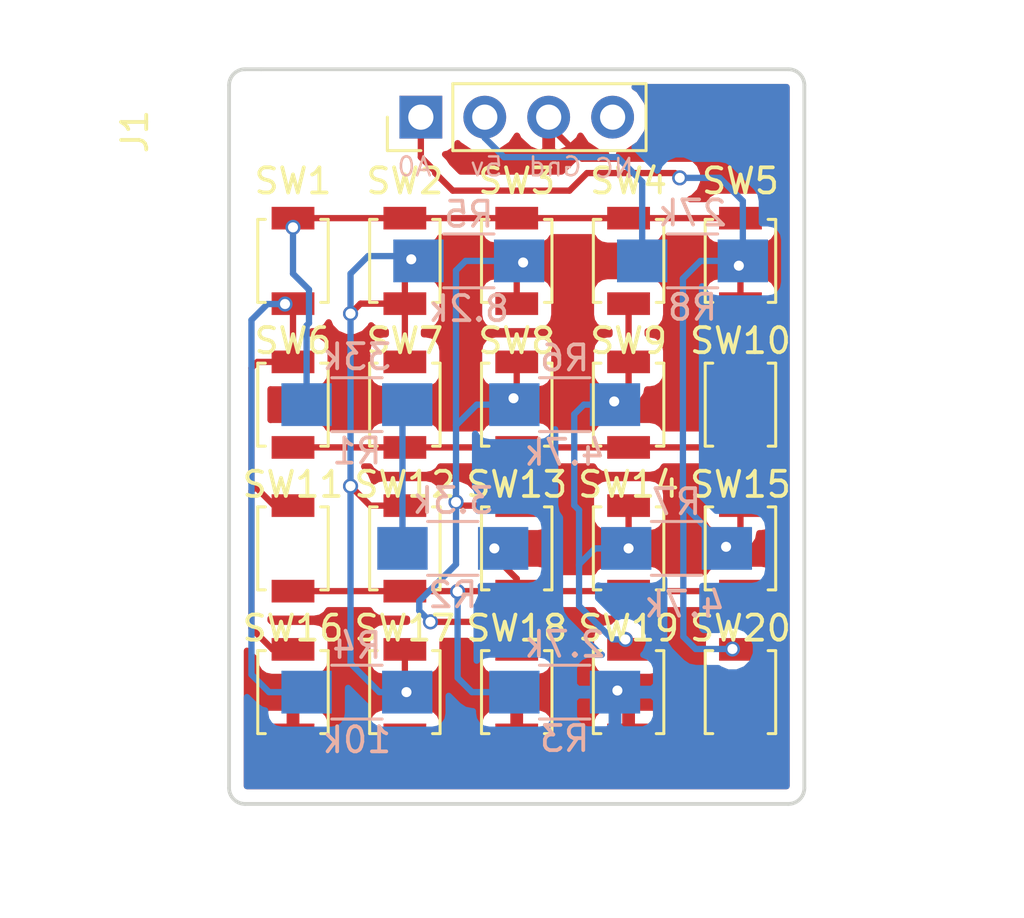
<source format=kicad_pcb>
(kicad_pcb (version 4) (host pcbnew 4.0.7)

  (general
    (links 49)
    (no_connects 1)
    (area 111.42 86.02 151.614 124.620001)
    (thickness 1.6)
    (drawings 15)
    (tracks 182)
    (zones 0)
    (modules 29)
    (nets 11)
  )

  (page A4)
  (layers
    (0 F.Cu signal)
    (31 B.Cu signal)
    (32 B.Adhes user)
    (33 F.Adhes user)
    (34 B.Paste user)
    (35 F.Paste user)
    (36 B.SilkS user)
    (37 F.SilkS user)
    (38 B.Mask user)
    (39 F.Mask user)
    (40 Dwgs.User user)
    (41 Cmts.User user)
    (42 Eco1.User user)
    (43 Eco2.User user)
    (44 Edge.Cuts user)
    (45 Margin user)
    (46 B.CrtYd user)
    (47 F.CrtYd user)
    (48 B.Fab user)
    (49 F.Fab user)
  )

  (setup
    (last_trace_width 0.25)
    (trace_clearance 0.2)
    (zone_clearance 0.508)
    (zone_45_only no)
    (trace_min 0.2)
    (segment_width 0.2)
    (edge_width 0.15)
    (via_size 0.6)
    (via_drill 0.4)
    (via_min_size 0.4)
    (via_min_drill 0.3)
    (uvia_size 0.3)
    (uvia_drill 0.1)
    (uvias_allowed no)
    (uvia_min_size 0.2)
    (uvia_min_drill 0.1)
    (pcb_text_width 0.3)
    (pcb_text_size 1.5 1.5)
    (mod_edge_width 0.15)
    (mod_text_size 1 1)
    (mod_text_width 0.15)
    (pad_size 1.524 1.524)
    (pad_drill 0.762)
    (pad_to_mask_clearance 0.2)
    (aux_axis_origin 0 0)
    (visible_elements 7FFFFFFF)
    (pcbplotparams
      (layerselection 0x010fc_80000001)
      (usegerberextensions false)
      (excludeedgelayer true)
      (linewidth 0.100000)
      (plotframeref false)
      (viasonmask false)
      (mode 1)
      (useauxorigin false)
      (hpglpennumber 1)
      (hpglpenspeed 20)
      (hpglpendiameter 15)
      (hpglpenoverlay 2)
      (psnegative false)
      (psa4output false)
      (plotreference true)
      (plotvalue true)
      (plotinvisibletext false)
      (padsonsilk false)
      (subtractmaskfromsilk false)
      (outputformat 1)
      (mirror false)
      (drillshape 0)
      (scaleselection 1)
      (outputdirectory gerber/))
  )

  (net 0 "")
  (net 1 "Net-(R1-Pad1)")
  (net 2 "Net-(R1-Pad2)")
  (net 3 "Net-(R2-Pad2)")
  (net 4 GND)
  (net 5 "Net-(R4-Pad1)")
  (net 6 "Net-(R4-Pad2)")
  (net 7 "Net-(R5-Pad1)")
  (net 8 "Net-(R6-Pad1)")
  (net 9 Analog_Input)
  (net 10 Vcc)

  (net_class Default "Ceci est la Netclass par défaut"
    (clearance 0.2)
    (trace_width 0.25)
    (via_dia 0.6)
    (via_drill 0.4)
    (uvia_dia 0.3)
    (uvia_drill 0.1)
    (add_net Analog_Input)
    (add_net GND)
    (add_net "Net-(R1-Pad1)")
    (add_net "Net-(R1-Pad2)")
    (add_net "Net-(R2-Pad2)")
    (add_net "Net-(R4-Pad1)")
    (add_net "Net-(R4-Pad2)")
    (add_net "Net-(R5-Pad1)")
    (add_net "Net-(R6-Pad1)")
    (add_net Vcc)
  )

  (module Resistors_SMD:R_1206_HandSoldering (layer B.Cu) (tedit 5B408E9E) (tstamp 5B4080E6)
    (at 121.285 102.235)
    (descr "Resistor SMD 1206, hand soldering")
    (tags "resistor 1206")
    (path /5B4080A6)
    (attr smd)
    (fp_text reference R1 (at 0 1.85) (layer B.SilkS)
      (effects (font (size 1 1) (thickness 0.15)) (justify mirror))
    )
    (fp_text value 33k (at 0 -1.9) (layer B.SilkS)
      (effects (font (size 1 1) (thickness 0.15)) (justify mirror))
    )
    (fp_text user %R (at 0 0) (layer B.Fab)
      (effects (font (size 0.7 0.7) (thickness 0.105)) (justify mirror))
    )
    (fp_line (start -1.6 -0.8) (end -1.6 0.8) (layer B.Fab) (width 0.1))
    (fp_line (start 1.6 -0.8) (end -1.6 -0.8) (layer B.Fab) (width 0.1))
    (fp_line (start 1.6 0.8) (end 1.6 -0.8) (layer B.Fab) (width 0.1))
    (fp_line (start -1.6 0.8) (end 1.6 0.8) (layer B.Fab) (width 0.1))
    (fp_line (start 1 -1.07) (end -1 -1.07) (layer B.SilkS) (width 0.12))
    (fp_line (start -1 1.07) (end 1 1.07) (layer B.SilkS) (width 0.12))
    (fp_line (start -3.25 1.11) (end 3.25 1.11) (layer B.CrtYd) (width 0.05))
    (fp_line (start -3.25 1.11) (end -3.25 -1.1) (layer B.CrtYd) (width 0.05))
    (fp_line (start 3.25 -1.1) (end 3.25 1.11) (layer B.CrtYd) (width 0.05))
    (fp_line (start 3.25 -1.1) (end -3.25 -1.1) (layer B.CrtYd) (width 0.05))
    (pad 1 smd rect (at -2 0) (size 2 1.7) (layers B.Cu B.Paste B.Mask)
      (net 1 "Net-(R1-Pad1)"))
    (pad 2 smd rect (at 2 0) (size 2 1.7) (layers B.Cu B.Paste B.Mask)
      (net 2 "Net-(R1-Pad2)"))
    (model ${KISYS3DMOD}/Resistors_SMD.3dshapes/R_1206.wrl
      (at (xyz 0 0 0))
      (scale (xyz 1 1 1))
      (rotate (xyz 0 0 0))
    )
  )

  (module Resistors_SMD:R_1206_HandSoldering (layer B.Cu) (tedit 5B408E85) (tstamp 5B4080F7)
    (at 125.095 107.95)
    (descr "Resistor SMD 1206, hand soldering")
    (tags "resistor 1206")
    (path /5B40815E)
    (attr smd)
    (fp_text reference R2 (at 0 1.85) (layer B.SilkS)
      (effects (font (size 1 1) (thickness 0.15)) (justify mirror))
    )
    (fp_text value 3.3k (at 0 -1.9) (layer B.SilkS)
      (effects (font (size 1 1) (thickness 0.15)) (justify mirror))
    )
    (fp_text user %R (at 0 0) (layer B.Fab)
      (effects (font (size 0.7 0.7) (thickness 0.105)) (justify mirror))
    )
    (fp_line (start -1.6 -0.8) (end -1.6 0.8) (layer B.Fab) (width 0.1))
    (fp_line (start 1.6 -0.8) (end -1.6 -0.8) (layer B.Fab) (width 0.1))
    (fp_line (start 1.6 0.8) (end 1.6 -0.8) (layer B.Fab) (width 0.1))
    (fp_line (start -1.6 0.8) (end 1.6 0.8) (layer B.Fab) (width 0.1))
    (fp_line (start 1 -1.07) (end -1 -1.07) (layer B.SilkS) (width 0.12))
    (fp_line (start -1 1.07) (end 1 1.07) (layer B.SilkS) (width 0.12))
    (fp_line (start -3.25 1.11) (end 3.25 1.11) (layer B.CrtYd) (width 0.05))
    (fp_line (start -3.25 1.11) (end -3.25 -1.1) (layer B.CrtYd) (width 0.05))
    (fp_line (start 3.25 -1.1) (end 3.25 1.11) (layer B.CrtYd) (width 0.05))
    (fp_line (start 3.25 -1.1) (end -3.25 -1.1) (layer B.CrtYd) (width 0.05))
    (pad 1 smd rect (at -2 0) (size 2 1.7) (layers B.Cu B.Paste B.Mask)
      (net 2 "Net-(R1-Pad2)"))
    (pad 2 smd rect (at 2 0) (size 2 1.7) (layers B.Cu B.Paste B.Mask)
      (net 3 "Net-(R2-Pad2)"))
    (model ${KISYS3DMOD}/Resistors_SMD.3dshapes/R_1206.wrl
      (at (xyz 0 0 0))
      (scale (xyz 1 1 1))
      (rotate (xyz 0 0 0))
    )
  )

  (module Resistors_SMD:R_1206_HandSoldering (layer B.Cu) (tedit 5B408E4B) (tstamp 5B408108)
    (at 129.54 113.665)
    (descr "Resistor SMD 1206, hand soldering")
    (tags "resistor 1206")
    (path /5B40821A)
    (attr smd)
    (fp_text reference R3 (at 0 1.85) (layer B.SilkS)
      (effects (font (size 1 1) (thickness 0.15)) (justify mirror))
    )
    (fp_text value 2.7k (at 0 -1.9) (layer B.SilkS)
      (effects (font (size 1 1) (thickness 0.15)) (justify mirror))
    )
    (fp_text user %R (at 0 0) (layer B.Fab)
      (effects (font (size 0.7 0.7) (thickness 0.105)) (justify mirror))
    )
    (fp_line (start -1.6 -0.8) (end -1.6 0.8) (layer B.Fab) (width 0.1))
    (fp_line (start 1.6 -0.8) (end -1.6 -0.8) (layer B.Fab) (width 0.1))
    (fp_line (start 1.6 0.8) (end 1.6 -0.8) (layer B.Fab) (width 0.1))
    (fp_line (start -1.6 0.8) (end 1.6 0.8) (layer B.Fab) (width 0.1))
    (fp_line (start 1 -1.07) (end -1 -1.07) (layer B.SilkS) (width 0.12))
    (fp_line (start -1 1.07) (end 1 1.07) (layer B.SilkS) (width 0.12))
    (fp_line (start -3.25 1.11) (end 3.25 1.11) (layer B.CrtYd) (width 0.05))
    (fp_line (start -3.25 1.11) (end -3.25 -1.1) (layer B.CrtYd) (width 0.05))
    (fp_line (start 3.25 -1.1) (end 3.25 1.11) (layer B.CrtYd) (width 0.05))
    (fp_line (start 3.25 -1.1) (end -3.25 -1.1) (layer B.CrtYd) (width 0.05))
    (pad 1 smd rect (at -2 0) (size 2 1.7) (layers B.Cu B.Paste B.Mask)
      (net 3 "Net-(R2-Pad2)"))
    (pad 2 smd rect (at 2 0) (size 2 1.7) (layers B.Cu B.Paste B.Mask)
      (net 4 GND))
    (model ${KISYS3DMOD}/Resistors_SMD.3dshapes/R_1206.wrl
      (at (xyz 0 0 0))
      (scale (xyz 1 1 1))
      (rotate (xyz 0 0 0))
    )
  )

  (module Resistors_SMD:R_1206_HandSoldering (layer B.Cu) (tedit 5B408E63) (tstamp 5B408119)
    (at 121.285 113.665 180)
    (descr "Resistor SMD 1206, hand soldering")
    (tags "resistor 1206")
    (path /5B4085B6)
    (attr smd)
    (fp_text reference R4 (at 0 1.85 180) (layer B.SilkS)
      (effects (font (size 1 1) (thickness 0.15)) (justify mirror))
    )
    (fp_text value 10k (at 0 -1.9 180) (layer B.SilkS)
      (effects (font (size 1 1) (thickness 0.15)) (justify mirror))
    )
    (fp_text user %R (at 0 0 180) (layer B.Fab)
      (effects (font (size 0.7 0.7) (thickness 0.105)) (justify mirror))
    )
    (fp_line (start -1.6 -0.8) (end -1.6 0.8) (layer B.Fab) (width 0.1))
    (fp_line (start 1.6 -0.8) (end -1.6 -0.8) (layer B.Fab) (width 0.1))
    (fp_line (start 1.6 0.8) (end 1.6 -0.8) (layer B.Fab) (width 0.1))
    (fp_line (start -1.6 0.8) (end 1.6 0.8) (layer B.Fab) (width 0.1))
    (fp_line (start 1 -1.07) (end -1 -1.07) (layer B.SilkS) (width 0.12))
    (fp_line (start -1 1.07) (end 1 1.07) (layer B.SilkS) (width 0.12))
    (fp_line (start -3.25 1.11) (end 3.25 1.11) (layer B.CrtYd) (width 0.05))
    (fp_line (start -3.25 1.11) (end -3.25 -1.1) (layer B.CrtYd) (width 0.05))
    (fp_line (start 3.25 -1.1) (end 3.25 1.11) (layer B.CrtYd) (width 0.05))
    (fp_line (start 3.25 -1.1) (end -3.25 -1.1) (layer B.CrtYd) (width 0.05))
    (pad 1 smd rect (at -2 0 180) (size 2 1.7) (layers B.Cu B.Paste B.Mask)
      (net 5 "Net-(R4-Pad1)"))
    (pad 2 smd rect (at 2 0 180) (size 2 1.7) (layers B.Cu B.Paste B.Mask)
      (net 6 "Net-(R4-Pad2)"))
    (model ${KISYS3DMOD}/Resistors_SMD.3dshapes/R_1206.wrl
      (at (xyz 0 0 0))
      (scale (xyz 1 1 1))
      (rotate (xyz 0 0 0))
    )
  )

  (module Resistors_SMD:R_1206_HandSoldering (layer B.Cu) (tedit 5B408EB2) (tstamp 5B40812A)
    (at 125.73 96.52 180)
    (descr "Resistor SMD 1206, hand soldering")
    (tags "resistor 1206")
    (path /5B4086F9)
    (attr smd)
    (fp_text reference R5 (at 0 1.85 180) (layer B.SilkS)
      (effects (font (size 1 1) (thickness 0.15)) (justify mirror))
    )
    (fp_text value 8.2k (at 0 -1.9 180) (layer B.SilkS)
      (effects (font (size 1 1) (thickness 0.15)) (justify mirror))
    )
    (fp_text user %R (at 0 0 180) (layer B.Fab)
      (effects (font (size 0.7 0.7) (thickness 0.105)) (justify mirror))
    )
    (fp_line (start -1.6 -0.8) (end -1.6 0.8) (layer B.Fab) (width 0.1))
    (fp_line (start 1.6 -0.8) (end -1.6 -0.8) (layer B.Fab) (width 0.1))
    (fp_line (start 1.6 0.8) (end 1.6 -0.8) (layer B.Fab) (width 0.1))
    (fp_line (start -1.6 0.8) (end 1.6 0.8) (layer B.Fab) (width 0.1))
    (fp_line (start 1 -1.07) (end -1 -1.07) (layer B.SilkS) (width 0.12))
    (fp_line (start -1 1.07) (end 1 1.07) (layer B.SilkS) (width 0.12))
    (fp_line (start -3.25 1.11) (end 3.25 1.11) (layer B.CrtYd) (width 0.05))
    (fp_line (start -3.25 1.11) (end -3.25 -1.1) (layer B.CrtYd) (width 0.05))
    (fp_line (start 3.25 -1.1) (end 3.25 1.11) (layer B.CrtYd) (width 0.05))
    (fp_line (start 3.25 -1.1) (end -3.25 -1.1) (layer B.CrtYd) (width 0.05))
    (pad 1 smd rect (at -2 0 180) (size 2 1.7) (layers B.Cu B.Paste B.Mask)
      (net 7 "Net-(R5-Pad1)"))
    (pad 2 smd rect (at 2 0 180) (size 2 1.7) (layers B.Cu B.Paste B.Mask)
      (net 5 "Net-(R4-Pad1)"))
    (model ${KISYS3DMOD}/Resistors_SMD.3dshapes/R_1206.wrl
      (at (xyz 0 0 0))
      (scale (xyz 1 1 1))
      (rotate (xyz 0 0 0))
    )
  )

  (module Resistors_SMD:R_1206_HandSoldering (layer B.Cu) (tedit 5B408EA4) (tstamp 5B40813B)
    (at 129.54 102.235 180)
    (descr "Resistor SMD 1206, hand soldering")
    (tags "resistor 1206")
    (path /5B408793)
    (attr smd)
    (fp_text reference R6 (at 0 1.85 180) (layer B.SilkS)
      (effects (font (size 1 1) (thickness 0.15)) (justify mirror))
    )
    (fp_text value 4.7k (at 0 -1.9 180) (layer B.SilkS)
      (effects (font (size 1 1) (thickness 0.15)) (justify mirror))
    )
    (fp_text user %R (at 0 0 180) (layer B.Fab)
      (effects (font (size 0.7 0.7) (thickness 0.105)) (justify mirror))
    )
    (fp_line (start -1.6 -0.8) (end -1.6 0.8) (layer B.Fab) (width 0.1))
    (fp_line (start 1.6 -0.8) (end -1.6 -0.8) (layer B.Fab) (width 0.1))
    (fp_line (start 1.6 0.8) (end 1.6 -0.8) (layer B.Fab) (width 0.1))
    (fp_line (start -1.6 0.8) (end 1.6 0.8) (layer B.Fab) (width 0.1))
    (fp_line (start 1 -1.07) (end -1 -1.07) (layer B.SilkS) (width 0.12))
    (fp_line (start -1 1.07) (end 1 1.07) (layer B.SilkS) (width 0.12))
    (fp_line (start -3.25 1.11) (end 3.25 1.11) (layer B.CrtYd) (width 0.05))
    (fp_line (start -3.25 1.11) (end -3.25 -1.1) (layer B.CrtYd) (width 0.05))
    (fp_line (start 3.25 -1.1) (end 3.25 1.11) (layer B.CrtYd) (width 0.05))
    (fp_line (start 3.25 -1.1) (end -3.25 -1.1) (layer B.CrtYd) (width 0.05))
    (pad 1 smd rect (at -2 0 180) (size 2 1.7) (layers B.Cu B.Paste B.Mask)
      (net 8 "Net-(R6-Pad1)"))
    (pad 2 smd rect (at 2 0 180) (size 2 1.7) (layers B.Cu B.Paste B.Mask)
      (net 7 "Net-(R5-Pad1)"))
    (model ${KISYS3DMOD}/Resistors_SMD.3dshapes/R_1206.wrl
      (at (xyz 0 0 0))
      (scale (xyz 1 1 1))
      (rotate (xyz 0 0 0))
    )
  )

  (module Resistors_SMD:R_1206_HandSoldering (layer B.Cu) (tedit 5B408E76) (tstamp 5B40814C)
    (at 133.985 107.95 180)
    (descr "Resistor SMD 1206, hand soldering")
    (tags "resistor 1206")
    (path /5B40882C)
    (attr smd)
    (fp_text reference R7 (at 0 1.85 180) (layer B.SilkS)
      (effects (font (size 1 1) (thickness 0.15)) (justify mirror))
    )
    (fp_text value 4.7k (at -0.3175 -2.2225 180) (layer B.SilkS)
      (effects (font (size 1 1) (thickness 0.15)) (justify mirror))
    )
    (fp_text user %R (at 0 0 180) (layer B.Fab)
      (effects (font (size 0.7 0.7) (thickness 0.105)) (justify mirror))
    )
    (fp_line (start -1.6 -0.8) (end -1.6 0.8) (layer B.Fab) (width 0.1))
    (fp_line (start 1.6 -0.8) (end -1.6 -0.8) (layer B.Fab) (width 0.1))
    (fp_line (start 1.6 0.8) (end 1.6 -0.8) (layer B.Fab) (width 0.1))
    (fp_line (start -1.6 0.8) (end 1.6 0.8) (layer B.Fab) (width 0.1))
    (fp_line (start 1 -1.07) (end -1 -1.07) (layer B.SilkS) (width 0.12))
    (fp_line (start -1 1.07) (end 1 1.07) (layer B.SilkS) (width 0.12))
    (fp_line (start -3.25 1.11) (end 3.25 1.11) (layer B.CrtYd) (width 0.05))
    (fp_line (start -3.25 1.11) (end -3.25 -1.1) (layer B.CrtYd) (width 0.05))
    (fp_line (start 3.25 -1.1) (end 3.25 1.11) (layer B.CrtYd) (width 0.05))
    (fp_line (start 3.25 -1.1) (end -3.25 -1.1) (layer B.CrtYd) (width 0.05))
    (pad 1 smd rect (at -2 0 180) (size 2 1.7) (layers B.Cu B.Paste B.Mask)
      (net 9 Analog_Input))
    (pad 2 smd rect (at 2 0 180) (size 2 1.7) (layers B.Cu B.Paste B.Mask)
      (net 8 "Net-(R6-Pad1)"))
    (model ${KISYS3DMOD}/Resistors_SMD.3dshapes/R_1206.wrl
      (at (xyz 0 0 0))
      (scale (xyz 1 1 1))
      (rotate (xyz 0 0 0))
    )
  )

  (module Resistors_SMD:R_1206_HandSoldering (layer B.Cu) (tedit 5B408EAD) (tstamp 5B40815D)
    (at 134.62 96.52)
    (descr "Resistor SMD 1206, hand soldering")
    (tags "resistor 1206")
    (path /5B408A97)
    (attr smd)
    (fp_text reference R8 (at 0 1.85) (layer B.SilkS)
      (effects (font (size 1 1) (thickness 0.15)) (justify mirror))
    )
    (fp_text value 27k (at 0 -1.9) (layer B.SilkS)
      (effects (font (size 1 1) (thickness 0.15)) (justify mirror))
    )
    (fp_text user %R (at 0 0) (layer B.Fab)
      (effects (font (size 0.7 0.7) (thickness 0.105)) (justify mirror))
    )
    (fp_line (start -1.6 -0.8) (end -1.6 0.8) (layer B.Fab) (width 0.1))
    (fp_line (start 1.6 -0.8) (end -1.6 -0.8) (layer B.Fab) (width 0.1))
    (fp_line (start 1.6 0.8) (end 1.6 -0.8) (layer B.Fab) (width 0.1))
    (fp_line (start -1.6 0.8) (end 1.6 0.8) (layer B.Fab) (width 0.1))
    (fp_line (start 1 -1.07) (end -1 -1.07) (layer B.SilkS) (width 0.12))
    (fp_line (start -1 1.07) (end 1 1.07) (layer B.SilkS) (width 0.12))
    (fp_line (start -3.25 1.11) (end 3.25 1.11) (layer B.CrtYd) (width 0.05))
    (fp_line (start -3.25 1.11) (end -3.25 -1.1) (layer B.CrtYd) (width 0.05))
    (fp_line (start 3.25 -1.1) (end 3.25 1.11) (layer B.CrtYd) (width 0.05))
    (fp_line (start 3.25 -1.1) (end -3.25 -1.1) (layer B.CrtYd) (width 0.05))
    (pad 1 smd rect (at -2 0) (size 2 1.7) (layers B.Cu B.Paste B.Mask)
      (net 10 Vcc))
    (pad 2 smd rect (at 2 0) (size 2 1.7) (layers B.Cu B.Paste B.Mask)
      (net 9 Analog_Input))
    (model ${KISYS3DMOD}/Resistors_SMD.3dshapes/R_1206.wrl
      (at (xyz 0 0 0))
      (scale (xyz 1 1 1))
      (rotate (xyz 0 0 0))
    )
  )

  (module stm32china:SW_SPST_B3U-1000P (layer F.Cu) (tedit 5B408931) (tstamp 5B408173)
    (at 118.745 96.52 90)
    (descr "Ultra-small-sized Tactile Switch with High Contact Reliability, Top-actuated Model, without Ground Terminal, without Boss")
    (tags "Tactile Switch")
    (path /5B4074D0)
    (attr smd)
    (fp_text reference SW1 (at 3.175 0 180) (layer F.SilkS)
      (effects (font (size 1 1) (thickness 0.15)))
    )
    (fp_text value SW_Push_45deg (at 1.27 -6.35 90) (layer F.Fab)
      (effects (font (size 1 1) (thickness 0.15)))
    )
    (fp_text user %R (at 1.27 -10.795 90) (layer F.Fab)
      (effects (font (size 1 1) (thickness 0.15)))
    )
    (fp_line (start -2.4 1.65) (end 2.4 1.65) (layer F.CrtYd) (width 0.05))
    (fp_line (start 2.4 1.65) (end 2.4 -1.65) (layer F.CrtYd) (width 0.05))
    (fp_line (start 2.4 -1.65) (end -2.4 -1.65) (layer F.CrtYd) (width 0.05))
    (fp_line (start -2.4 -1.65) (end -2.4 1.65) (layer F.CrtYd) (width 0.05))
    (fp_line (start -1.65 1.1) (end -1.65 1.4) (layer F.SilkS) (width 0.12))
    (fp_line (start -1.65 1.4) (end 1.65 1.4) (layer F.SilkS) (width 0.12))
    (fp_line (start 1.65 1.4) (end 1.65 1.1) (layer F.SilkS) (width 0.12))
    (fp_line (start -1.65 -1.1) (end -1.65 -1.4) (layer F.SilkS) (width 0.12))
    (fp_line (start -1.65 -1.4) (end 1.65 -1.4) (layer F.SilkS) (width 0.12))
    (fp_line (start 1.65 -1.4) (end 1.65 -1.1) (layer F.SilkS) (width 0.12))
    (fp_line (start -1.5 -1.25) (end 1.5 -1.25) (layer F.Fab) (width 0.1))
    (fp_line (start 1.5 -1.25) (end 1.5 1.25) (layer F.Fab) (width 0.1))
    (fp_line (start 1.5 1.25) (end -1.5 1.25) (layer F.Fab) (width 0.1))
    (fp_line (start -1.5 1.25) (end -1.5 -1.25) (layer F.Fab) (width 0.1))
    (fp_circle (center 0 0) (end 0.75 0) (layer F.Fab) (width 0.1))
    (pad 1 smd rect (at -1.7 0 90) (size 0.9 1.7) (layers F.Cu F.Paste F.Mask)
      (net 6 "Net-(R4-Pad2)"))
    (pad 2 smd rect (at 1.7 0 90) (size 0.9 1.7) (layers F.Cu F.Paste F.Mask)
      (net 1 "Net-(R1-Pad1)"))
    (model D:/NasCloud/Creation3D/tiny85kbd/b3u-1000p.wrl
      (at (xyz 0 0 0.03))
      (scale (xyz 1 1 1))
      (rotate (xyz -90 0 0))
    )
  )

  (module stm32china:SW_SPST_B3U-1000P (layer F.Cu) (tedit 5B40893E) (tstamp 5B408189)
    (at 123.19 96.52 90)
    (descr "Ultra-small-sized Tactile Switch with High Contact Reliability, Top-actuated Model, without Ground Terminal, without Boss")
    (tags "Tactile Switch")
    (path /5B4079CA)
    (attr smd)
    (fp_text reference SW2 (at 3.175 0 180) (layer F.SilkS)
      (effects (font (size 1 1) (thickness 0.15)))
    )
    (fp_text value SW_Push_45deg (at 1.27 -10.795 90) (layer F.Fab)
      (effects (font (size 1 1) (thickness 0.15)))
    )
    (fp_text user %R (at 1.27 -15.24 90) (layer F.Fab)
      (effects (font (size 1 1) (thickness 0.15)))
    )
    (fp_line (start -2.4 1.65) (end 2.4 1.65) (layer F.CrtYd) (width 0.05))
    (fp_line (start 2.4 1.65) (end 2.4 -1.65) (layer F.CrtYd) (width 0.05))
    (fp_line (start 2.4 -1.65) (end -2.4 -1.65) (layer F.CrtYd) (width 0.05))
    (fp_line (start -2.4 -1.65) (end -2.4 1.65) (layer F.CrtYd) (width 0.05))
    (fp_line (start -1.65 1.1) (end -1.65 1.4) (layer F.SilkS) (width 0.12))
    (fp_line (start -1.65 1.4) (end 1.65 1.4) (layer F.SilkS) (width 0.12))
    (fp_line (start 1.65 1.4) (end 1.65 1.1) (layer F.SilkS) (width 0.12))
    (fp_line (start -1.65 -1.1) (end -1.65 -1.4) (layer F.SilkS) (width 0.12))
    (fp_line (start -1.65 -1.4) (end 1.65 -1.4) (layer F.SilkS) (width 0.12))
    (fp_line (start 1.65 -1.4) (end 1.65 -1.1) (layer F.SilkS) (width 0.12))
    (fp_line (start -1.5 -1.25) (end 1.5 -1.25) (layer F.Fab) (width 0.1))
    (fp_line (start 1.5 -1.25) (end 1.5 1.25) (layer F.Fab) (width 0.1))
    (fp_line (start 1.5 1.25) (end -1.5 1.25) (layer F.Fab) (width 0.1))
    (fp_line (start -1.5 1.25) (end -1.5 -1.25) (layer F.Fab) (width 0.1))
    (fp_circle (center 0 0) (end 0.75 0) (layer F.Fab) (width 0.1))
    (pad 1 smd rect (at -1.7 0 90) (size 0.9 1.7) (layers F.Cu F.Paste F.Mask)
      (net 5 "Net-(R4-Pad1)"))
    (pad 2 smd rect (at 1.7 0 90) (size 0.9 1.7) (layers F.Cu F.Paste F.Mask)
      (net 1 "Net-(R1-Pad1)"))
    (model D:/NasCloud/Creation3D/tiny85kbd/b3u-1000p.wrl
      (at (xyz 0 0 0.03))
      (scale (xyz 1 1 1))
      (rotate (xyz -90 0 0))
    )
  )

  (module stm32china:SW_SPST_B3U-1000P (layer F.Cu) (tedit 5B408946) (tstamp 5B40819F)
    (at 127.635 96.52 90)
    (descr "Ultra-small-sized Tactile Switch with High Contact Reliability, Top-actuated Model, without Ground Terminal, without Boss")
    (tags "Tactile Switch")
    (path /5B4079FC)
    (attr smd)
    (fp_text reference SW3 (at 3.175 0 180) (layer F.SilkS)
      (effects (font (size 1 1) (thickness 0.15)))
    )
    (fp_text value SW_Push_45deg (at 1.27 -15.24 90) (layer F.Fab)
      (effects (font (size 1 1) (thickness 0.15)))
    )
    (fp_text user %R (at 1.27 -19.685 90) (layer F.Fab)
      (effects (font (size 1 1) (thickness 0.15)))
    )
    (fp_line (start -2.4 1.65) (end 2.4 1.65) (layer F.CrtYd) (width 0.05))
    (fp_line (start 2.4 1.65) (end 2.4 -1.65) (layer F.CrtYd) (width 0.05))
    (fp_line (start 2.4 -1.65) (end -2.4 -1.65) (layer F.CrtYd) (width 0.05))
    (fp_line (start -2.4 -1.65) (end -2.4 1.65) (layer F.CrtYd) (width 0.05))
    (fp_line (start -1.65 1.1) (end -1.65 1.4) (layer F.SilkS) (width 0.12))
    (fp_line (start -1.65 1.4) (end 1.65 1.4) (layer F.SilkS) (width 0.12))
    (fp_line (start 1.65 1.4) (end 1.65 1.1) (layer F.SilkS) (width 0.12))
    (fp_line (start -1.65 -1.1) (end -1.65 -1.4) (layer F.SilkS) (width 0.12))
    (fp_line (start -1.65 -1.4) (end 1.65 -1.4) (layer F.SilkS) (width 0.12))
    (fp_line (start 1.65 -1.4) (end 1.65 -1.1) (layer F.SilkS) (width 0.12))
    (fp_line (start -1.5 -1.25) (end 1.5 -1.25) (layer F.Fab) (width 0.1))
    (fp_line (start 1.5 -1.25) (end 1.5 1.25) (layer F.Fab) (width 0.1))
    (fp_line (start 1.5 1.25) (end -1.5 1.25) (layer F.Fab) (width 0.1))
    (fp_line (start -1.5 1.25) (end -1.5 -1.25) (layer F.Fab) (width 0.1))
    (fp_circle (center 0 0) (end 0.75 0) (layer F.Fab) (width 0.1))
    (pad 1 smd rect (at -1.7 0 90) (size 0.9 1.7) (layers F.Cu F.Paste F.Mask)
      (net 7 "Net-(R5-Pad1)"))
    (pad 2 smd rect (at 1.7 0 90) (size 0.9 1.7) (layers F.Cu F.Paste F.Mask)
      (net 1 "Net-(R1-Pad1)"))
    (model D:/NasCloud/Creation3D/tiny85kbd/b3u-1000p.wrl
      (at (xyz 0 0 0.03))
      (scale (xyz 1 1 1))
      (rotate (xyz -90 0 0))
    )
  )

  (module stm32china:SW_SPST_B3U-1000P (layer F.Cu) (tedit 5B40894E) (tstamp 5B4081B5)
    (at 132.08 96.52 90)
    (descr "Ultra-small-sized Tactile Switch with High Contact Reliability, Top-actuated Model, without Ground Terminal, without Boss")
    (tags "Tactile Switch")
    (path /5B407A31)
    (attr smd)
    (fp_text reference SW4 (at 3.175 0 180) (layer F.SilkS)
      (effects (font (size 1 1) (thickness 0.15)))
    )
    (fp_text value SW_Push_45deg (at 1.27 -19.685 90) (layer F.Fab)
      (effects (font (size 1 1) (thickness 0.15)))
    )
    (fp_text user %R (at 1.27 -24.13 90) (layer F.Fab)
      (effects (font (size 1 1) (thickness 0.15)))
    )
    (fp_line (start -2.4 1.65) (end 2.4 1.65) (layer F.CrtYd) (width 0.05))
    (fp_line (start 2.4 1.65) (end 2.4 -1.65) (layer F.CrtYd) (width 0.05))
    (fp_line (start 2.4 -1.65) (end -2.4 -1.65) (layer F.CrtYd) (width 0.05))
    (fp_line (start -2.4 -1.65) (end -2.4 1.65) (layer F.CrtYd) (width 0.05))
    (fp_line (start -1.65 1.1) (end -1.65 1.4) (layer F.SilkS) (width 0.12))
    (fp_line (start -1.65 1.4) (end 1.65 1.4) (layer F.SilkS) (width 0.12))
    (fp_line (start 1.65 1.4) (end 1.65 1.1) (layer F.SilkS) (width 0.12))
    (fp_line (start -1.65 -1.1) (end -1.65 -1.4) (layer F.SilkS) (width 0.12))
    (fp_line (start -1.65 -1.4) (end 1.65 -1.4) (layer F.SilkS) (width 0.12))
    (fp_line (start 1.65 -1.4) (end 1.65 -1.1) (layer F.SilkS) (width 0.12))
    (fp_line (start -1.5 -1.25) (end 1.5 -1.25) (layer F.Fab) (width 0.1))
    (fp_line (start 1.5 -1.25) (end 1.5 1.25) (layer F.Fab) (width 0.1))
    (fp_line (start 1.5 1.25) (end -1.5 1.25) (layer F.Fab) (width 0.1))
    (fp_line (start -1.5 1.25) (end -1.5 -1.25) (layer F.Fab) (width 0.1))
    (fp_circle (center 0 0) (end 0.75 0) (layer F.Fab) (width 0.1))
    (pad 1 smd rect (at -1.7 0 90) (size 0.9 1.7) (layers F.Cu F.Paste F.Mask)
      (net 8 "Net-(R6-Pad1)"))
    (pad 2 smd rect (at 1.7 0 90) (size 0.9 1.7) (layers F.Cu F.Paste F.Mask)
      (net 1 "Net-(R1-Pad1)"))
    (model D:/NasCloud/Creation3D/tiny85kbd/b3u-1000p.wrl
      (at (xyz 0 0 0.03))
      (scale (xyz 1 1 1))
      (rotate (xyz -90 0 0))
    )
  )

  (module stm32china:SW_SPST_B3U-1000P (layer F.Cu) (tedit 5B408956) (tstamp 5B4081CB)
    (at 136.525 96.52 90)
    (descr "Ultra-small-sized Tactile Switch with High Contact Reliability, Top-actuated Model, without Ground Terminal, without Boss")
    (tags "Tactile Switch")
    (path /5B4093C0)
    (attr smd)
    (fp_text reference SW5 (at 3.175 0 180) (layer F.SilkS)
      (effects (font (size 1 1) (thickness 0.15)))
    )
    (fp_text value SW_Push_45deg (at 1.27 -24.13 90) (layer F.Fab)
      (effects (font (size 1 1) (thickness 0.15)))
    )
    (fp_text user %R (at 1.27 -28.575 90) (layer F.Fab)
      (effects (font (size 1 1) (thickness 0.15)))
    )
    (fp_line (start -2.4 1.65) (end 2.4 1.65) (layer F.CrtYd) (width 0.05))
    (fp_line (start 2.4 1.65) (end 2.4 -1.65) (layer F.CrtYd) (width 0.05))
    (fp_line (start 2.4 -1.65) (end -2.4 -1.65) (layer F.CrtYd) (width 0.05))
    (fp_line (start -2.4 -1.65) (end -2.4 1.65) (layer F.CrtYd) (width 0.05))
    (fp_line (start -1.65 1.1) (end -1.65 1.4) (layer F.SilkS) (width 0.12))
    (fp_line (start -1.65 1.4) (end 1.65 1.4) (layer F.SilkS) (width 0.12))
    (fp_line (start 1.65 1.4) (end 1.65 1.1) (layer F.SilkS) (width 0.12))
    (fp_line (start -1.65 -1.1) (end -1.65 -1.4) (layer F.SilkS) (width 0.12))
    (fp_line (start -1.65 -1.4) (end 1.65 -1.4) (layer F.SilkS) (width 0.12))
    (fp_line (start 1.65 -1.4) (end 1.65 -1.1) (layer F.SilkS) (width 0.12))
    (fp_line (start -1.5 -1.25) (end 1.5 -1.25) (layer F.Fab) (width 0.1))
    (fp_line (start 1.5 -1.25) (end 1.5 1.25) (layer F.Fab) (width 0.1))
    (fp_line (start 1.5 1.25) (end -1.5 1.25) (layer F.Fab) (width 0.1))
    (fp_line (start -1.5 1.25) (end -1.5 -1.25) (layer F.Fab) (width 0.1))
    (fp_circle (center 0 0) (end 0.75 0) (layer F.Fab) (width 0.1))
    (pad 1 smd rect (at -1.7 0 90) (size 0.9 1.7) (layers F.Cu F.Paste F.Mask)
      (net 9 Analog_Input))
    (pad 2 smd rect (at 1.7 0 90) (size 0.9 1.7) (layers F.Cu F.Paste F.Mask)
      (net 1 "Net-(R1-Pad1)"))
    (model D:/NasCloud/Creation3D/tiny85kbd/b3u-1000p.wrl
      (at (xyz 0 0 0.03))
      (scale (xyz 1 1 1))
      (rotate (xyz -90 0 0))
    )
  )

  (module stm32china:SW_SPST_B3U-1000P (layer F.Cu) (tedit 5B408996) (tstamp 5B4081E1)
    (at 118.745 102.235 270)
    (descr "Ultra-small-sized Tactile Switch with High Contact Reliability, Top-actuated Model, without Ground Terminal, without Boss")
    (tags "Tactile Switch")
    (path /5B407ADF)
    (attr smd)
    (fp_text reference SW6 (at -2.54 0 360) (layer F.SilkS)
      (effects (font (size 1 1) (thickness 0.15)))
    )
    (fp_text value SW_Push_45deg (at -6.985 6.35 270) (layer F.Fab)
      (effects (font (size 1 1) (thickness 0.15)))
    )
    (fp_text user %R (at -6.985 10.795 270) (layer F.Fab)
      (effects (font (size 1 1) (thickness 0.15)))
    )
    (fp_line (start -2.4 1.65) (end 2.4 1.65) (layer F.CrtYd) (width 0.05))
    (fp_line (start 2.4 1.65) (end 2.4 -1.65) (layer F.CrtYd) (width 0.05))
    (fp_line (start 2.4 -1.65) (end -2.4 -1.65) (layer F.CrtYd) (width 0.05))
    (fp_line (start -2.4 -1.65) (end -2.4 1.65) (layer F.CrtYd) (width 0.05))
    (fp_line (start -1.65 1.1) (end -1.65 1.4) (layer F.SilkS) (width 0.12))
    (fp_line (start -1.65 1.4) (end 1.65 1.4) (layer F.SilkS) (width 0.12))
    (fp_line (start 1.65 1.4) (end 1.65 1.1) (layer F.SilkS) (width 0.12))
    (fp_line (start -1.65 -1.1) (end -1.65 -1.4) (layer F.SilkS) (width 0.12))
    (fp_line (start -1.65 -1.4) (end 1.65 -1.4) (layer F.SilkS) (width 0.12))
    (fp_line (start 1.65 -1.4) (end 1.65 -1.1) (layer F.SilkS) (width 0.12))
    (fp_line (start -1.5 -1.25) (end 1.5 -1.25) (layer F.Fab) (width 0.1))
    (fp_line (start 1.5 -1.25) (end 1.5 1.25) (layer F.Fab) (width 0.1))
    (fp_line (start 1.5 1.25) (end -1.5 1.25) (layer F.Fab) (width 0.1))
    (fp_line (start -1.5 1.25) (end -1.5 -1.25) (layer F.Fab) (width 0.1))
    (fp_circle (center 0 0) (end 0.75 0) (layer F.Fab) (width 0.1))
    (pad 1 smd rect (at -1.7 0 270) (size 0.9 1.7) (layers F.Cu F.Paste F.Mask)
      (net 6 "Net-(R4-Pad2)"))
    (pad 2 smd rect (at 1.7 0 270) (size 0.9 1.7) (layers F.Cu F.Paste F.Mask)
      (net 2 "Net-(R1-Pad2)"))
    (model D:/NasCloud/Creation3D/tiny85kbd/b3u-1000p.wrl
      (at (xyz 0 0 0.03))
      (scale (xyz 1 1 1))
      (rotate (xyz -90 0 0))
    )
  )

  (module stm32china:SW_SPST_B3U-1000P (layer F.Cu) (tedit 5B40899A) (tstamp 5B4081F7)
    (at 123.19 102.235 270)
    (descr "Ultra-small-sized Tactile Switch with High Contact Reliability, Top-actuated Model, without Ground Terminal, without Boss")
    (tags "Tactile Switch")
    (path /5B407AE5)
    (attr smd)
    (fp_text reference SW7 (at -2.54 0 360) (layer F.SilkS)
      (effects (font (size 1 1) (thickness 0.15)))
    )
    (fp_text value SW_Push_45deg (at -6.985 10.795 270) (layer F.Fab)
      (effects (font (size 1 1) (thickness 0.15)))
    )
    (fp_text user %R (at -6.985 15.24 270) (layer F.Fab)
      (effects (font (size 1 1) (thickness 0.15)))
    )
    (fp_line (start -2.4 1.65) (end 2.4 1.65) (layer F.CrtYd) (width 0.05))
    (fp_line (start 2.4 1.65) (end 2.4 -1.65) (layer F.CrtYd) (width 0.05))
    (fp_line (start 2.4 -1.65) (end -2.4 -1.65) (layer F.CrtYd) (width 0.05))
    (fp_line (start -2.4 -1.65) (end -2.4 1.65) (layer F.CrtYd) (width 0.05))
    (fp_line (start -1.65 1.1) (end -1.65 1.4) (layer F.SilkS) (width 0.12))
    (fp_line (start -1.65 1.4) (end 1.65 1.4) (layer F.SilkS) (width 0.12))
    (fp_line (start 1.65 1.4) (end 1.65 1.1) (layer F.SilkS) (width 0.12))
    (fp_line (start -1.65 -1.1) (end -1.65 -1.4) (layer F.SilkS) (width 0.12))
    (fp_line (start -1.65 -1.4) (end 1.65 -1.4) (layer F.SilkS) (width 0.12))
    (fp_line (start 1.65 -1.4) (end 1.65 -1.1) (layer F.SilkS) (width 0.12))
    (fp_line (start -1.5 -1.25) (end 1.5 -1.25) (layer F.Fab) (width 0.1))
    (fp_line (start 1.5 -1.25) (end 1.5 1.25) (layer F.Fab) (width 0.1))
    (fp_line (start 1.5 1.25) (end -1.5 1.25) (layer F.Fab) (width 0.1))
    (fp_line (start -1.5 1.25) (end -1.5 -1.25) (layer F.Fab) (width 0.1))
    (fp_circle (center 0 0) (end 0.75 0) (layer F.Fab) (width 0.1))
    (pad 1 smd rect (at -1.7 0 270) (size 0.9 1.7) (layers F.Cu F.Paste F.Mask)
      (net 5 "Net-(R4-Pad1)"))
    (pad 2 smd rect (at 1.7 0 270) (size 0.9 1.7) (layers F.Cu F.Paste F.Mask)
      (net 2 "Net-(R1-Pad2)"))
    (model D:/NasCloud/Creation3D/tiny85kbd/b3u-1000p.wrl
      (at (xyz 0 0 0.03))
      (scale (xyz 1 1 1))
      (rotate (xyz -90 0 0))
    )
  )

  (module stm32china:SW_SPST_B3U-1000P (layer F.Cu) (tedit 5B40899D) (tstamp 5B40820D)
    (at 127.635 102.235 270)
    (descr "Ultra-small-sized Tactile Switch with High Contact Reliability, Top-actuated Model, without Ground Terminal, without Boss")
    (tags "Tactile Switch")
    (path /5B407AEB)
    (attr smd)
    (fp_text reference SW8 (at -2.54 0 360) (layer F.SilkS)
      (effects (font (size 1 1) (thickness 0.15)))
    )
    (fp_text value SW_Push_45deg (at -6.985 15.24 270) (layer F.Fab)
      (effects (font (size 1 1) (thickness 0.15)))
    )
    (fp_text user %R (at -6.985 19.685 270) (layer F.Fab)
      (effects (font (size 1 1) (thickness 0.15)))
    )
    (fp_line (start -2.4 1.65) (end 2.4 1.65) (layer F.CrtYd) (width 0.05))
    (fp_line (start 2.4 1.65) (end 2.4 -1.65) (layer F.CrtYd) (width 0.05))
    (fp_line (start 2.4 -1.65) (end -2.4 -1.65) (layer F.CrtYd) (width 0.05))
    (fp_line (start -2.4 -1.65) (end -2.4 1.65) (layer F.CrtYd) (width 0.05))
    (fp_line (start -1.65 1.1) (end -1.65 1.4) (layer F.SilkS) (width 0.12))
    (fp_line (start -1.65 1.4) (end 1.65 1.4) (layer F.SilkS) (width 0.12))
    (fp_line (start 1.65 1.4) (end 1.65 1.1) (layer F.SilkS) (width 0.12))
    (fp_line (start -1.65 -1.1) (end -1.65 -1.4) (layer F.SilkS) (width 0.12))
    (fp_line (start -1.65 -1.4) (end 1.65 -1.4) (layer F.SilkS) (width 0.12))
    (fp_line (start 1.65 -1.4) (end 1.65 -1.1) (layer F.SilkS) (width 0.12))
    (fp_line (start -1.5 -1.25) (end 1.5 -1.25) (layer F.Fab) (width 0.1))
    (fp_line (start 1.5 -1.25) (end 1.5 1.25) (layer F.Fab) (width 0.1))
    (fp_line (start 1.5 1.25) (end -1.5 1.25) (layer F.Fab) (width 0.1))
    (fp_line (start -1.5 1.25) (end -1.5 -1.25) (layer F.Fab) (width 0.1))
    (fp_circle (center 0 0) (end 0.75 0) (layer F.Fab) (width 0.1))
    (pad 1 smd rect (at -1.7 0 270) (size 0.9 1.7) (layers F.Cu F.Paste F.Mask)
      (net 7 "Net-(R5-Pad1)"))
    (pad 2 smd rect (at 1.7 0 270) (size 0.9 1.7) (layers F.Cu F.Paste F.Mask)
      (net 2 "Net-(R1-Pad2)"))
    (model D:/NasCloud/Creation3D/tiny85kbd/b3u-1000p.wrl
      (at (xyz 0 0 0.03))
      (scale (xyz 1 1 1))
      (rotate (xyz -90 0 0))
    )
  )

  (module stm32china:SW_SPST_B3U-1000P (layer F.Cu) (tedit 5B4089A2) (tstamp 5B408223)
    (at 132.08 102.235 270)
    (descr "Ultra-small-sized Tactile Switch with High Contact Reliability, Top-actuated Model, without Ground Terminal, without Boss")
    (tags "Tactile Switch")
    (path /5B407AF1)
    (attr smd)
    (fp_text reference SW9 (at -2.54 0 360) (layer F.SilkS)
      (effects (font (size 1 1) (thickness 0.15)))
    )
    (fp_text value SW_Push_45deg (at -6.985 19.685 270) (layer F.Fab)
      (effects (font (size 1 1) (thickness 0.15)))
    )
    (fp_text user %R (at -6.985 24.13 270) (layer F.Fab)
      (effects (font (size 1 1) (thickness 0.15)))
    )
    (fp_line (start -2.4 1.65) (end 2.4 1.65) (layer F.CrtYd) (width 0.05))
    (fp_line (start 2.4 1.65) (end 2.4 -1.65) (layer F.CrtYd) (width 0.05))
    (fp_line (start 2.4 -1.65) (end -2.4 -1.65) (layer F.CrtYd) (width 0.05))
    (fp_line (start -2.4 -1.65) (end -2.4 1.65) (layer F.CrtYd) (width 0.05))
    (fp_line (start -1.65 1.1) (end -1.65 1.4) (layer F.SilkS) (width 0.12))
    (fp_line (start -1.65 1.4) (end 1.65 1.4) (layer F.SilkS) (width 0.12))
    (fp_line (start 1.65 1.4) (end 1.65 1.1) (layer F.SilkS) (width 0.12))
    (fp_line (start -1.65 -1.1) (end -1.65 -1.4) (layer F.SilkS) (width 0.12))
    (fp_line (start -1.65 -1.4) (end 1.65 -1.4) (layer F.SilkS) (width 0.12))
    (fp_line (start 1.65 -1.4) (end 1.65 -1.1) (layer F.SilkS) (width 0.12))
    (fp_line (start -1.5 -1.25) (end 1.5 -1.25) (layer F.Fab) (width 0.1))
    (fp_line (start 1.5 -1.25) (end 1.5 1.25) (layer F.Fab) (width 0.1))
    (fp_line (start 1.5 1.25) (end -1.5 1.25) (layer F.Fab) (width 0.1))
    (fp_line (start -1.5 1.25) (end -1.5 -1.25) (layer F.Fab) (width 0.1))
    (fp_circle (center 0 0) (end 0.75 0) (layer F.Fab) (width 0.1))
    (pad 1 smd rect (at -1.7 0 270) (size 0.9 1.7) (layers F.Cu F.Paste F.Mask)
      (net 8 "Net-(R6-Pad1)"))
    (pad 2 smd rect (at 1.7 0 270) (size 0.9 1.7) (layers F.Cu F.Paste F.Mask)
      (net 2 "Net-(R1-Pad2)"))
    (model D:/NasCloud/Creation3D/tiny85kbd/b3u-1000p.wrl
      (at (xyz 0 0 0.03))
      (scale (xyz 1 1 1))
      (rotate (xyz -90 0 0))
    )
  )

  (module stm32china:SW_SPST_B3U-1000P (layer F.Cu) (tedit 5B4089A6) (tstamp 5B408239)
    (at 136.525 102.235 270)
    (descr "Ultra-small-sized Tactile Switch with High Contact Reliability, Top-actuated Model, without Ground Terminal, without Boss")
    (tags "Tactile Switch")
    (path /5B4093C6)
    (attr smd)
    (fp_text reference SW10 (at -2.54 0 360) (layer F.SilkS)
      (effects (font (size 1 1) (thickness 0.15)))
    )
    (fp_text value SW_Push_45deg (at -6.985 24.13 270) (layer F.Fab)
      (effects (font (size 1 1) (thickness 0.15)))
    )
    (fp_text user %R (at -7.62 28.575 270) (layer F.Fab)
      (effects (font (size 1 1) (thickness 0.15)))
    )
    (fp_line (start -2.4 1.65) (end 2.4 1.65) (layer F.CrtYd) (width 0.05))
    (fp_line (start 2.4 1.65) (end 2.4 -1.65) (layer F.CrtYd) (width 0.05))
    (fp_line (start 2.4 -1.65) (end -2.4 -1.65) (layer F.CrtYd) (width 0.05))
    (fp_line (start -2.4 -1.65) (end -2.4 1.65) (layer F.CrtYd) (width 0.05))
    (fp_line (start -1.65 1.1) (end -1.65 1.4) (layer F.SilkS) (width 0.12))
    (fp_line (start -1.65 1.4) (end 1.65 1.4) (layer F.SilkS) (width 0.12))
    (fp_line (start 1.65 1.4) (end 1.65 1.1) (layer F.SilkS) (width 0.12))
    (fp_line (start -1.65 -1.1) (end -1.65 -1.4) (layer F.SilkS) (width 0.12))
    (fp_line (start -1.65 -1.4) (end 1.65 -1.4) (layer F.SilkS) (width 0.12))
    (fp_line (start 1.65 -1.4) (end 1.65 -1.1) (layer F.SilkS) (width 0.12))
    (fp_line (start -1.5 -1.25) (end 1.5 -1.25) (layer F.Fab) (width 0.1))
    (fp_line (start 1.5 -1.25) (end 1.5 1.25) (layer F.Fab) (width 0.1))
    (fp_line (start 1.5 1.25) (end -1.5 1.25) (layer F.Fab) (width 0.1))
    (fp_line (start -1.5 1.25) (end -1.5 -1.25) (layer F.Fab) (width 0.1))
    (fp_circle (center 0 0) (end 0.75 0) (layer F.Fab) (width 0.1))
    (pad 1 smd rect (at -1.7 0 270) (size 0.9 1.7) (layers F.Cu F.Paste F.Mask)
      (net 9 Analog_Input))
    (pad 2 smd rect (at 1.7 0 270) (size 0.9 1.7) (layers F.Cu F.Paste F.Mask)
      (net 2 "Net-(R1-Pad2)"))
    (model D:/NasCloud/Creation3D/tiny85kbd/b3u-1000p.wrl
      (at (xyz 0 0 0.03))
      (scale (xyz 1 1 1))
      (rotate (xyz -90 0 0))
    )
  )

  (module stm32china:SW_SPST_B3U-1000P (layer F.Cu) (tedit 5B4089AA) (tstamp 5B40824F)
    (at 118.745 107.95 270)
    (descr "Ultra-small-sized Tactile Switch with High Contact Reliability, Top-actuated Model, without Ground Terminal, without Boss")
    (tags "Tactile Switch")
    (path /5B407B8F)
    (attr smd)
    (fp_text reference SW11 (at -2.54 0 360) (layer F.SilkS)
      (effects (font (size 1 1) (thickness 0.15)))
    )
    (fp_text value SW_Push_45deg (at -12.7 6.35 270) (layer F.Fab)
      (effects (font (size 1 1) (thickness 0.15)))
    )
    (fp_text user %R (at -13.335 10.795 270) (layer F.Fab)
      (effects (font (size 1 1) (thickness 0.15)))
    )
    (fp_line (start -2.4 1.65) (end 2.4 1.65) (layer F.CrtYd) (width 0.05))
    (fp_line (start 2.4 1.65) (end 2.4 -1.65) (layer F.CrtYd) (width 0.05))
    (fp_line (start 2.4 -1.65) (end -2.4 -1.65) (layer F.CrtYd) (width 0.05))
    (fp_line (start -2.4 -1.65) (end -2.4 1.65) (layer F.CrtYd) (width 0.05))
    (fp_line (start -1.65 1.1) (end -1.65 1.4) (layer F.SilkS) (width 0.12))
    (fp_line (start -1.65 1.4) (end 1.65 1.4) (layer F.SilkS) (width 0.12))
    (fp_line (start 1.65 1.4) (end 1.65 1.1) (layer F.SilkS) (width 0.12))
    (fp_line (start -1.65 -1.1) (end -1.65 -1.4) (layer F.SilkS) (width 0.12))
    (fp_line (start -1.65 -1.4) (end 1.65 -1.4) (layer F.SilkS) (width 0.12))
    (fp_line (start 1.65 -1.4) (end 1.65 -1.1) (layer F.SilkS) (width 0.12))
    (fp_line (start -1.5 -1.25) (end 1.5 -1.25) (layer F.Fab) (width 0.1))
    (fp_line (start 1.5 -1.25) (end 1.5 1.25) (layer F.Fab) (width 0.1))
    (fp_line (start 1.5 1.25) (end -1.5 1.25) (layer F.Fab) (width 0.1))
    (fp_line (start -1.5 1.25) (end -1.5 -1.25) (layer F.Fab) (width 0.1))
    (fp_circle (center 0 0) (end 0.75 0) (layer F.Fab) (width 0.1))
    (pad 1 smd rect (at -1.7 0 270) (size 0.9 1.7) (layers F.Cu F.Paste F.Mask)
      (net 6 "Net-(R4-Pad2)"))
    (pad 2 smd rect (at 1.7 0 270) (size 0.9 1.7) (layers F.Cu F.Paste F.Mask)
      (net 3 "Net-(R2-Pad2)"))
    (model D:/NasCloud/Creation3D/tiny85kbd/b3u-1000p.wrl
      (at (xyz 0 0 0.03))
      (scale (xyz 1 1 1))
      (rotate (xyz -90 0 0))
    )
  )

  (module stm32china:SW_SPST_B3U-1000P (layer F.Cu) (tedit 5B4089AD) (tstamp 5B408265)
    (at 123.19 107.95 270)
    (descr "Ultra-small-sized Tactile Switch with High Contact Reliability, Top-actuated Model, without Ground Terminal, without Boss")
    (tags "Tactile Switch")
    (path /5B407B95)
    (attr smd)
    (fp_text reference SW12 (at -2.54 0 360) (layer F.SilkS)
      (effects (font (size 1 1) (thickness 0.15)))
    )
    (fp_text value SW_Push_45deg (at 4.445 10.795 270) (layer F.Fab)
      (effects (font (size 1 1) (thickness 0.15)))
    )
    (fp_text user %R (at -13.335 15.24 270) (layer F.Fab)
      (effects (font (size 1 1) (thickness 0.15)))
    )
    (fp_line (start -2.4 1.65) (end 2.4 1.65) (layer F.CrtYd) (width 0.05))
    (fp_line (start 2.4 1.65) (end 2.4 -1.65) (layer F.CrtYd) (width 0.05))
    (fp_line (start 2.4 -1.65) (end -2.4 -1.65) (layer F.CrtYd) (width 0.05))
    (fp_line (start -2.4 -1.65) (end -2.4 1.65) (layer F.CrtYd) (width 0.05))
    (fp_line (start -1.65 1.1) (end -1.65 1.4) (layer F.SilkS) (width 0.12))
    (fp_line (start -1.65 1.4) (end 1.65 1.4) (layer F.SilkS) (width 0.12))
    (fp_line (start 1.65 1.4) (end 1.65 1.1) (layer F.SilkS) (width 0.12))
    (fp_line (start -1.65 -1.1) (end -1.65 -1.4) (layer F.SilkS) (width 0.12))
    (fp_line (start -1.65 -1.4) (end 1.65 -1.4) (layer F.SilkS) (width 0.12))
    (fp_line (start 1.65 -1.4) (end 1.65 -1.1) (layer F.SilkS) (width 0.12))
    (fp_line (start -1.5 -1.25) (end 1.5 -1.25) (layer F.Fab) (width 0.1))
    (fp_line (start 1.5 -1.25) (end 1.5 1.25) (layer F.Fab) (width 0.1))
    (fp_line (start 1.5 1.25) (end -1.5 1.25) (layer F.Fab) (width 0.1))
    (fp_line (start -1.5 1.25) (end -1.5 -1.25) (layer F.Fab) (width 0.1))
    (fp_circle (center 0 0) (end 0.75 0) (layer F.Fab) (width 0.1))
    (pad 1 smd rect (at -1.7 0 270) (size 0.9 1.7) (layers F.Cu F.Paste F.Mask)
      (net 5 "Net-(R4-Pad1)"))
    (pad 2 smd rect (at 1.7 0 270) (size 0.9 1.7) (layers F.Cu F.Paste F.Mask)
      (net 3 "Net-(R2-Pad2)"))
    (model D:/NasCloud/Creation3D/tiny85kbd/b3u-1000p.wrl
      (at (xyz 0 0 0.03))
      (scale (xyz 1 1 1))
      (rotate (xyz -90 0 0))
    )
  )

  (module stm32china:SW_SPST_B3U-1000P (layer F.Cu) (tedit 5B4089B0) (tstamp 5B40827B)
    (at 127.635 107.95 270)
    (descr "Ultra-small-sized Tactile Switch with High Contact Reliability, Top-actuated Model, without Ground Terminal, without Boss")
    (tags "Tactile Switch")
    (path /5B407B9B)
    (attr smd)
    (fp_text reference SW13 (at -2.54 0 360) (layer F.SilkS)
      (effects (font (size 1 1) (thickness 0.15)))
    )
    (fp_text value SW_Push_45deg (at 4.445 15.24 270) (layer F.Fab)
      (effects (font (size 1 1) (thickness 0.15)))
    )
    (fp_text user %R (at -13.335 19.685 270) (layer F.Fab)
      (effects (font (size 1 1) (thickness 0.15)))
    )
    (fp_line (start -2.4 1.65) (end 2.4 1.65) (layer F.CrtYd) (width 0.05))
    (fp_line (start 2.4 1.65) (end 2.4 -1.65) (layer F.CrtYd) (width 0.05))
    (fp_line (start 2.4 -1.65) (end -2.4 -1.65) (layer F.CrtYd) (width 0.05))
    (fp_line (start -2.4 -1.65) (end -2.4 1.65) (layer F.CrtYd) (width 0.05))
    (fp_line (start -1.65 1.1) (end -1.65 1.4) (layer F.SilkS) (width 0.12))
    (fp_line (start -1.65 1.4) (end 1.65 1.4) (layer F.SilkS) (width 0.12))
    (fp_line (start 1.65 1.4) (end 1.65 1.1) (layer F.SilkS) (width 0.12))
    (fp_line (start -1.65 -1.1) (end -1.65 -1.4) (layer F.SilkS) (width 0.12))
    (fp_line (start -1.65 -1.4) (end 1.65 -1.4) (layer F.SilkS) (width 0.12))
    (fp_line (start 1.65 -1.4) (end 1.65 -1.1) (layer F.SilkS) (width 0.12))
    (fp_line (start -1.5 -1.25) (end 1.5 -1.25) (layer F.Fab) (width 0.1))
    (fp_line (start 1.5 -1.25) (end 1.5 1.25) (layer F.Fab) (width 0.1))
    (fp_line (start 1.5 1.25) (end -1.5 1.25) (layer F.Fab) (width 0.1))
    (fp_line (start -1.5 1.25) (end -1.5 -1.25) (layer F.Fab) (width 0.1))
    (fp_circle (center 0 0) (end 0.75 0) (layer F.Fab) (width 0.1))
    (pad 1 smd rect (at -1.7 0 270) (size 0.9 1.7) (layers F.Cu F.Paste F.Mask)
      (net 7 "Net-(R5-Pad1)"))
    (pad 2 smd rect (at 1.7 0 270) (size 0.9 1.7) (layers F.Cu F.Paste F.Mask)
      (net 3 "Net-(R2-Pad2)"))
    (model D:/NasCloud/Creation3D/tiny85kbd/b3u-1000p.wrl
      (at (xyz 0 0 0.03))
      (scale (xyz 1 1 1))
      (rotate (xyz -90 0 0))
    )
  )

  (module stm32china:SW_SPST_B3U-1000P (layer F.Cu) (tedit 5B4089B3) (tstamp 5B408291)
    (at 132.08 107.95 270)
    (descr "Ultra-small-sized Tactile Switch with High Contact Reliability, Top-actuated Model, without Ground Terminal, without Boss")
    (tags "Tactile Switch")
    (path /5B407BA1)
    (attr smd)
    (fp_text reference SW14 (at -2.54 0 360) (layer F.SilkS)
      (effects (font (size 1 1) (thickness 0.15)))
    )
    (fp_text value SW_Push_45deg (at 4.445 19.685 270) (layer F.Fab)
      (effects (font (size 1 1) (thickness 0.15)))
    )
    (fp_text user %R (at -13.335 24.13 270) (layer F.Fab)
      (effects (font (size 1 1) (thickness 0.15)))
    )
    (fp_line (start -2.4 1.65) (end 2.4 1.65) (layer F.CrtYd) (width 0.05))
    (fp_line (start 2.4 1.65) (end 2.4 -1.65) (layer F.CrtYd) (width 0.05))
    (fp_line (start 2.4 -1.65) (end -2.4 -1.65) (layer F.CrtYd) (width 0.05))
    (fp_line (start -2.4 -1.65) (end -2.4 1.65) (layer F.CrtYd) (width 0.05))
    (fp_line (start -1.65 1.1) (end -1.65 1.4) (layer F.SilkS) (width 0.12))
    (fp_line (start -1.65 1.4) (end 1.65 1.4) (layer F.SilkS) (width 0.12))
    (fp_line (start 1.65 1.4) (end 1.65 1.1) (layer F.SilkS) (width 0.12))
    (fp_line (start -1.65 -1.1) (end -1.65 -1.4) (layer F.SilkS) (width 0.12))
    (fp_line (start -1.65 -1.4) (end 1.65 -1.4) (layer F.SilkS) (width 0.12))
    (fp_line (start 1.65 -1.4) (end 1.65 -1.1) (layer F.SilkS) (width 0.12))
    (fp_line (start -1.5 -1.25) (end 1.5 -1.25) (layer F.Fab) (width 0.1))
    (fp_line (start 1.5 -1.25) (end 1.5 1.25) (layer F.Fab) (width 0.1))
    (fp_line (start 1.5 1.25) (end -1.5 1.25) (layer F.Fab) (width 0.1))
    (fp_line (start -1.5 1.25) (end -1.5 -1.25) (layer F.Fab) (width 0.1))
    (fp_circle (center 0 0) (end 0.75 0) (layer F.Fab) (width 0.1))
    (pad 1 smd rect (at -1.7 0 270) (size 0.9 1.7) (layers F.Cu F.Paste F.Mask)
      (net 8 "Net-(R6-Pad1)"))
    (pad 2 smd rect (at 1.7 0 270) (size 0.9 1.7) (layers F.Cu F.Paste F.Mask)
      (net 3 "Net-(R2-Pad2)"))
    (model D:/NasCloud/Creation3D/tiny85kbd/b3u-1000p.wrl
      (at (xyz 0 0 0.03))
      (scale (xyz 1 1 1))
      (rotate (xyz -90 0 0))
    )
  )

  (module stm32china:SW_SPST_B3U-1000P (layer F.Cu) (tedit 5B4089B7) (tstamp 5B4082A7)
    (at 136.525 107.95 270)
    (descr "Ultra-small-sized Tactile Switch with High Contact Reliability, Top-actuated Model, without Ground Terminal, without Boss")
    (tags "Tactile Switch")
    (path /5B4093CC)
    (attr smd)
    (fp_text reference SW15 (at -2.54 0 360) (layer F.SilkS)
      (effects (font (size 1 1) (thickness 0.15)))
    )
    (fp_text value SW_Push_45deg (at 5.08 24.13 270) (layer F.Fab)
      (effects (font (size 1 1) (thickness 0.15)))
    )
    (fp_text user %R (at -13.335 28.575 270) (layer F.Fab)
      (effects (font (size 1 1) (thickness 0.15)))
    )
    (fp_line (start -2.4 1.65) (end 2.4 1.65) (layer F.CrtYd) (width 0.05))
    (fp_line (start 2.4 1.65) (end 2.4 -1.65) (layer F.CrtYd) (width 0.05))
    (fp_line (start 2.4 -1.65) (end -2.4 -1.65) (layer F.CrtYd) (width 0.05))
    (fp_line (start -2.4 -1.65) (end -2.4 1.65) (layer F.CrtYd) (width 0.05))
    (fp_line (start -1.65 1.1) (end -1.65 1.4) (layer F.SilkS) (width 0.12))
    (fp_line (start -1.65 1.4) (end 1.65 1.4) (layer F.SilkS) (width 0.12))
    (fp_line (start 1.65 1.4) (end 1.65 1.1) (layer F.SilkS) (width 0.12))
    (fp_line (start -1.65 -1.1) (end -1.65 -1.4) (layer F.SilkS) (width 0.12))
    (fp_line (start -1.65 -1.4) (end 1.65 -1.4) (layer F.SilkS) (width 0.12))
    (fp_line (start 1.65 -1.4) (end 1.65 -1.1) (layer F.SilkS) (width 0.12))
    (fp_line (start -1.5 -1.25) (end 1.5 -1.25) (layer F.Fab) (width 0.1))
    (fp_line (start 1.5 -1.25) (end 1.5 1.25) (layer F.Fab) (width 0.1))
    (fp_line (start 1.5 1.25) (end -1.5 1.25) (layer F.Fab) (width 0.1))
    (fp_line (start -1.5 1.25) (end -1.5 -1.25) (layer F.Fab) (width 0.1))
    (fp_circle (center 0 0) (end 0.75 0) (layer F.Fab) (width 0.1))
    (pad 1 smd rect (at -1.7 0 270) (size 0.9 1.7) (layers F.Cu F.Paste F.Mask)
      (net 9 Analog_Input))
    (pad 2 smd rect (at 1.7 0 270) (size 0.9 1.7) (layers F.Cu F.Paste F.Mask)
      (net 3 "Net-(R2-Pad2)"))
    (model D:/NasCloud/Creation3D/tiny85kbd/b3u-1000p.wrl
      (at (xyz 0 0 0.03))
      (scale (xyz 1 1 1))
      (rotate (xyz -90 0 0))
    )
  )

  (module stm32china:SW_SPST_B3U-1000P (layer F.Cu) (tedit 5B4089BB) (tstamp 5B4082BD)
    (at 118.745 113.665 270)
    (descr "Ultra-small-sized Tactile Switch with High Contact Reliability, Top-actuated Model, without Ground Terminal, without Boss")
    (tags "Tactile Switch")
    (path /5B407BA7)
    (attr smd)
    (fp_text reference SW16 (at -2.54 0 360) (layer F.SilkS)
      (effects (font (size 1 1) (thickness 0.15)))
    )
    (fp_text value SW_Push_45deg (at -1.27 6.35 270) (layer F.Fab)
      (effects (font (size 1 1) (thickness 0.15)))
    )
    (fp_text user %R (at -18.415 10.795 270) (layer F.Fab)
      (effects (font (size 1 1) (thickness 0.15)))
    )
    (fp_line (start -2.4 1.65) (end 2.4 1.65) (layer F.CrtYd) (width 0.05))
    (fp_line (start 2.4 1.65) (end 2.4 -1.65) (layer F.CrtYd) (width 0.05))
    (fp_line (start 2.4 -1.65) (end -2.4 -1.65) (layer F.CrtYd) (width 0.05))
    (fp_line (start -2.4 -1.65) (end -2.4 1.65) (layer F.CrtYd) (width 0.05))
    (fp_line (start -1.65 1.1) (end -1.65 1.4) (layer F.SilkS) (width 0.12))
    (fp_line (start -1.65 1.4) (end 1.65 1.4) (layer F.SilkS) (width 0.12))
    (fp_line (start 1.65 1.4) (end 1.65 1.1) (layer F.SilkS) (width 0.12))
    (fp_line (start -1.65 -1.1) (end -1.65 -1.4) (layer F.SilkS) (width 0.12))
    (fp_line (start -1.65 -1.4) (end 1.65 -1.4) (layer F.SilkS) (width 0.12))
    (fp_line (start 1.65 -1.4) (end 1.65 -1.1) (layer F.SilkS) (width 0.12))
    (fp_line (start -1.5 -1.25) (end 1.5 -1.25) (layer F.Fab) (width 0.1))
    (fp_line (start 1.5 -1.25) (end 1.5 1.25) (layer F.Fab) (width 0.1))
    (fp_line (start 1.5 1.25) (end -1.5 1.25) (layer F.Fab) (width 0.1))
    (fp_line (start -1.5 1.25) (end -1.5 -1.25) (layer F.Fab) (width 0.1))
    (fp_circle (center 0 0) (end 0.75 0) (layer F.Fab) (width 0.1))
    (pad 1 smd rect (at -1.7 0 270) (size 0.9 1.7) (layers F.Cu F.Paste F.Mask)
      (net 6 "Net-(R4-Pad2)"))
    (pad 2 smd rect (at 1.7 0 270) (size 0.9 1.7) (layers F.Cu F.Paste F.Mask)
      (net 4 GND))
    (model D:/NasCloud/Creation3D/tiny85kbd/b3u-1000p.wrl
      (at (xyz 0 0 0.03))
      (scale (xyz 1 1 1))
      (rotate (xyz -90 0 0))
    )
  )

  (module stm32china:SW_SPST_B3U-1000P (layer F.Cu) (tedit 5B4089BF) (tstamp 5B4082D3)
    (at 123.19 113.665 270)
    (descr "Ultra-small-sized Tactile Switch with High Contact Reliability, Top-actuated Model, without Ground Terminal, without Boss")
    (tags "Tactile Switch")
    (path /5B407BAD)
    (attr smd)
    (fp_text reference SW17 (at -2.54 0 360) (layer F.SilkS)
      (effects (font (size 1 1) (thickness 0.15)))
    )
    (fp_text value SW_Push_45deg (at -1.27 10.795 270) (layer F.Fab)
      (effects (font (size 1 1) (thickness 0.15)))
    )
    (fp_text user %R (at -19.05 15.24 270) (layer F.Fab)
      (effects (font (size 1 1) (thickness 0.15)))
    )
    (fp_line (start -2.4 1.65) (end 2.4 1.65) (layer F.CrtYd) (width 0.05))
    (fp_line (start 2.4 1.65) (end 2.4 -1.65) (layer F.CrtYd) (width 0.05))
    (fp_line (start 2.4 -1.65) (end -2.4 -1.65) (layer F.CrtYd) (width 0.05))
    (fp_line (start -2.4 -1.65) (end -2.4 1.65) (layer F.CrtYd) (width 0.05))
    (fp_line (start -1.65 1.1) (end -1.65 1.4) (layer F.SilkS) (width 0.12))
    (fp_line (start -1.65 1.4) (end 1.65 1.4) (layer F.SilkS) (width 0.12))
    (fp_line (start 1.65 1.4) (end 1.65 1.1) (layer F.SilkS) (width 0.12))
    (fp_line (start -1.65 -1.1) (end -1.65 -1.4) (layer F.SilkS) (width 0.12))
    (fp_line (start -1.65 -1.4) (end 1.65 -1.4) (layer F.SilkS) (width 0.12))
    (fp_line (start 1.65 -1.4) (end 1.65 -1.1) (layer F.SilkS) (width 0.12))
    (fp_line (start -1.5 -1.25) (end 1.5 -1.25) (layer F.Fab) (width 0.1))
    (fp_line (start 1.5 -1.25) (end 1.5 1.25) (layer F.Fab) (width 0.1))
    (fp_line (start 1.5 1.25) (end -1.5 1.25) (layer F.Fab) (width 0.1))
    (fp_line (start -1.5 1.25) (end -1.5 -1.25) (layer F.Fab) (width 0.1))
    (fp_circle (center 0 0) (end 0.75 0) (layer F.Fab) (width 0.1))
    (pad 1 smd rect (at -1.7 0 270) (size 0.9 1.7) (layers F.Cu F.Paste F.Mask)
      (net 5 "Net-(R4-Pad1)"))
    (pad 2 smd rect (at 1.7 0 270) (size 0.9 1.7) (layers F.Cu F.Paste F.Mask)
      (net 4 GND))
    (model D:/NasCloud/Creation3D/tiny85kbd/b3u-1000p.wrl
      (at (xyz 0 0 0.03))
      (scale (xyz 1 1 1))
      (rotate (xyz -90 0 0))
    )
  )

  (module stm32china:SW_SPST_B3U-1000P (layer F.Cu) (tedit 5B4089C2) (tstamp 5B4082E9)
    (at 127.635 113.665 270)
    (descr "Ultra-small-sized Tactile Switch with High Contact Reliability, Top-actuated Model, without Ground Terminal, without Boss")
    (tags "Tactile Switch")
    (path /5B407BB3)
    (attr smd)
    (fp_text reference SW18 (at -2.54 0 360) (layer F.SilkS)
      (effects (font (size 1 1) (thickness 0.15)))
    )
    (fp_text value SW_Push_45deg (at -1.27 15.24 270) (layer F.Fab)
      (effects (font (size 1 1) (thickness 0.15)))
    )
    (fp_text user %R (at -18.415 19.685 270) (layer F.Fab)
      (effects (font (size 1 1) (thickness 0.15)))
    )
    (fp_line (start -2.4 1.65) (end 2.4 1.65) (layer F.CrtYd) (width 0.05))
    (fp_line (start 2.4 1.65) (end 2.4 -1.65) (layer F.CrtYd) (width 0.05))
    (fp_line (start 2.4 -1.65) (end -2.4 -1.65) (layer F.CrtYd) (width 0.05))
    (fp_line (start -2.4 -1.65) (end -2.4 1.65) (layer F.CrtYd) (width 0.05))
    (fp_line (start -1.65 1.1) (end -1.65 1.4) (layer F.SilkS) (width 0.12))
    (fp_line (start -1.65 1.4) (end 1.65 1.4) (layer F.SilkS) (width 0.12))
    (fp_line (start 1.65 1.4) (end 1.65 1.1) (layer F.SilkS) (width 0.12))
    (fp_line (start -1.65 -1.1) (end -1.65 -1.4) (layer F.SilkS) (width 0.12))
    (fp_line (start -1.65 -1.4) (end 1.65 -1.4) (layer F.SilkS) (width 0.12))
    (fp_line (start 1.65 -1.4) (end 1.65 -1.1) (layer F.SilkS) (width 0.12))
    (fp_line (start -1.5 -1.25) (end 1.5 -1.25) (layer F.Fab) (width 0.1))
    (fp_line (start 1.5 -1.25) (end 1.5 1.25) (layer F.Fab) (width 0.1))
    (fp_line (start 1.5 1.25) (end -1.5 1.25) (layer F.Fab) (width 0.1))
    (fp_line (start -1.5 1.25) (end -1.5 -1.25) (layer F.Fab) (width 0.1))
    (fp_circle (center 0 0) (end 0.75 0) (layer F.Fab) (width 0.1))
    (pad 1 smd rect (at -1.7 0 270) (size 0.9 1.7) (layers F.Cu F.Paste F.Mask)
      (net 7 "Net-(R5-Pad1)"))
    (pad 2 smd rect (at 1.7 0 270) (size 0.9 1.7) (layers F.Cu F.Paste F.Mask)
      (net 4 GND))
    (model D:/NasCloud/Creation3D/tiny85kbd/b3u-1000p.wrl
      (at (xyz 0 0 0.03))
      (scale (xyz 1 1 1))
      (rotate (xyz -90 0 0))
    )
  )

  (module stm32china:SW_SPST_B3U-1000P (layer F.Cu) (tedit 5B4089C5) (tstamp 5B4082FF)
    (at 132.08 113.665 270)
    (descr "Ultra-small-sized Tactile Switch with High Contact Reliability, Top-actuated Model, without Ground Terminal, without Boss")
    (tags "Tactile Switch")
    (path /5B407BB9)
    (attr smd)
    (fp_text reference SW19 (at -2.54 0 360) (layer F.SilkS)
      (effects (font (size 1 1) (thickness 0.15)))
    )
    (fp_text value SW_Push_45deg (at -1.27 19.685 270) (layer F.Fab)
      (effects (font (size 1 1) (thickness 0.15)))
    )
    (fp_text user %R (at -19.05 24.13 270) (layer F.Fab)
      (effects (font (size 1 1) (thickness 0.15)))
    )
    (fp_line (start -2.4 1.65) (end 2.4 1.65) (layer F.CrtYd) (width 0.05))
    (fp_line (start 2.4 1.65) (end 2.4 -1.65) (layer F.CrtYd) (width 0.05))
    (fp_line (start 2.4 -1.65) (end -2.4 -1.65) (layer F.CrtYd) (width 0.05))
    (fp_line (start -2.4 -1.65) (end -2.4 1.65) (layer F.CrtYd) (width 0.05))
    (fp_line (start -1.65 1.1) (end -1.65 1.4) (layer F.SilkS) (width 0.12))
    (fp_line (start -1.65 1.4) (end 1.65 1.4) (layer F.SilkS) (width 0.12))
    (fp_line (start 1.65 1.4) (end 1.65 1.1) (layer F.SilkS) (width 0.12))
    (fp_line (start -1.65 -1.1) (end -1.65 -1.4) (layer F.SilkS) (width 0.12))
    (fp_line (start -1.65 -1.4) (end 1.65 -1.4) (layer F.SilkS) (width 0.12))
    (fp_line (start 1.65 -1.4) (end 1.65 -1.1) (layer F.SilkS) (width 0.12))
    (fp_line (start -1.5 -1.25) (end 1.5 -1.25) (layer F.Fab) (width 0.1))
    (fp_line (start 1.5 -1.25) (end 1.5 1.25) (layer F.Fab) (width 0.1))
    (fp_line (start 1.5 1.25) (end -1.5 1.25) (layer F.Fab) (width 0.1))
    (fp_line (start -1.5 1.25) (end -1.5 -1.25) (layer F.Fab) (width 0.1))
    (fp_circle (center 0 0) (end 0.75 0) (layer F.Fab) (width 0.1))
    (pad 1 smd rect (at -1.7 0 270) (size 0.9 1.7) (layers F.Cu F.Paste F.Mask)
      (net 8 "Net-(R6-Pad1)"))
    (pad 2 smd rect (at 1.7 0 270) (size 0.9 1.7) (layers F.Cu F.Paste F.Mask)
      (net 4 GND))
    (model D:/NasCloud/Creation3D/tiny85kbd/b3u-1000p.wrl
      (at (xyz 0 0 0.03))
      (scale (xyz 1 1 1))
      (rotate (xyz -90 0 0))
    )
  )

  (module stm32china:SW_SPST_B3U-1000P (layer F.Cu) (tedit 5B4089C9) (tstamp 5B408315)
    (at 136.525 113.665 270)
    (descr "Ultra-small-sized Tactile Switch with High Contact Reliability, Top-actuated Model, without Ground Terminal, without Boss")
    (tags "Tactile Switch")
    (path /5B4093D2)
    (attr smd)
    (fp_text reference SW20 (at -2.54 0 360) (layer F.SilkS)
      (effects (font (size 1 1) (thickness 0.15)))
    )
    (fp_text value SW_Push_45deg (at -1.27 24.13 270) (layer F.Fab)
      (effects (font (size 1 1) (thickness 0.15)))
    )
    (fp_text user %R (at -19.05 28.575 270) (layer F.Fab)
      (effects (font (size 1 1) (thickness 0.15)))
    )
    (fp_line (start -2.4 1.65) (end 2.4 1.65) (layer F.CrtYd) (width 0.05))
    (fp_line (start 2.4 1.65) (end 2.4 -1.65) (layer F.CrtYd) (width 0.05))
    (fp_line (start 2.4 -1.65) (end -2.4 -1.65) (layer F.CrtYd) (width 0.05))
    (fp_line (start -2.4 -1.65) (end -2.4 1.65) (layer F.CrtYd) (width 0.05))
    (fp_line (start -1.65 1.1) (end -1.65 1.4) (layer F.SilkS) (width 0.12))
    (fp_line (start -1.65 1.4) (end 1.65 1.4) (layer F.SilkS) (width 0.12))
    (fp_line (start 1.65 1.4) (end 1.65 1.1) (layer F.SilkS) (width 0.12))
    (fp_line (start -1.65 -1.1) (end -1.65 -1.4) (layer F.SilkS) (width 0.12))
    (fp_line (start -1.65 -1.4) (end 1.65 -1.4) (layer F.SilkS) (width 0.12))
    (fp_line (start 1.65 -1.4) (end 1.65 -1.1) (layer F.SilkS) (width 0.12))
    (fp_line (start -1.5 -1.25) (end 1.5 -1.25) (layer F.Fab) (width 0.1))
    (fp_line (start 1.5 -1.25) (end 1.5 1.25) (layer F.Fab) (width 0.1))
    (fp_line (start 1.5 1.25) (end -1.5 1.25) (layer F.Fab) (width 0.1))
    (fp_line (start -1.5 1.25) (end -1.5 -1.25) (layer F.Fab) (width 0.1))
    (fp_circle (center 0 0) (end 0.75 0) (layer F.Fab) (width 0.1))
    (pad 1 smd rect (at -1.7 0 270) (size 0.9 1.7) (layers F.Cu F.Paste F.Mask)
      (net 9 Analog_Input))
    (pad 2 smd rect (at 1.7 0 270) (size 0.9 1.7) (layers F.Cu F.Paste F.Mask)
      (net 4 GND))
    (model D:/NasCloud/Creation3D/tiny85kbd/b3u-1000p.wrl
      (at (xyz 0 0 0.03))
      (scale (xyz 1 1 1))
      (rotate (xyz -90 0 0))
    )
  )

  (module Socket_Strips:Socket_Strip_Straight_1x04_Pitch2.54mm (layer F.Cu) (tedit 5B408D09) (tstamp 5B408920)
    (at 123.825 90.805 90)
    (descr "Through hole straight socket strip, 1x04, 2.54mm pitch, single row")
    (tags "Through hole socket strip THT 1x04 2.54mm single row")
    (path /5B408400)
    (fp_text reference J1 (at -0.5715 -11.3665 90) (layer F.SilkS)
      (effects (font (size 1 1) (thickness 0.15)))
    )
    (fp_text value AtinyCon (at 3.81 3.81 180) (layer F.Fab)
      (effects (font (size 1 1) (thickness 0.15)))
    )
    (fp_line (start -1.27 -1.27) (end -1.27 8.89) (layer F.Fab) (width 0.1))
    (fp_line (start -1.27 8.89) (end 1.27 8.89) (layer F.Fab) (width 0.1))
    (fp_line (start 1.27 8.89) (end 1.27 -1.27) (layer F.Fab) (width 0.1))
    (fp_line (start 1.27 -1.27) (end -1.27 -1.27) (layer F.Fab) (width 0.1))
    (fp_line (start -1.33 1.27) (end -1.33 8.95) (layer F.SilkS) (width 0.12))
    (fp_line (start -1.33 8.95) (end 1.33 8.95) (layer F.SilkS) (width 0.12))
    (fp_line (start 1.33 8.95) (end 1.33 1.27) (layer F.SilkS) (width 0.12))
    (fp_line (start 1.33 1.27) (end -1.33 1.27) (layer F.SilkS) (width 0.12))
    (fp_line (start -1.33 0) (end -1.33 -1.33) (layer F.SilkS) (width 0.12))
    (fp_line (start -1.33 -1.33) (end 0 -1.33) (layer F.SilkS) (width 0.12))
    (fp_line (start -1.8 -1.8) (end -1.8 9.4) (layer F.CrtYd) (width 0.05))
    (fp_line (start -1.8 9.4) (end 1.8 9.4) (layer F.CrtYd) (width 0.05))
    (fp_line (start 1.8 9.4) (end 1.8 -1.8) (layer F.CrtYd) (width 0.05))
    (fp_line (start 1.8 -1.8) (end -1.8 -1.8) (layer F.CrtYd) (width 0.05))
    (fp_text user %R (at 0.4445 -11.049 90) (layer F.Fab)
      (effects (font (size 1 1) (thickness 0.15)))
    )
    (pad 1 thru_hole rect (at 0 0 90) (size 1.7 1.7) (drill 1) (layers *.Cu *.Mask)
      (net 9 Analog_Input))
    (pad 2 thru_hole oval (at 0 2.54 90) (size 1.7 1.7) (drill 1) (layers *.Cu *.Mask)
      (net 10 Vcc))
    (pad 3 thru_hole oval (at 0 5.08 90) (size 1.7 1.7) (drill 1) (layers *.Cu *.Mask)
      (net 4 GND))
    (pad 4 thru_hole oval (at 0 7.62 90) (size 1.7 1.7) (drill 1) (layers *.Cu *.Mask))
    (model ${KISYS3DMOD}/Socket_Strips.3dshapes/Socket_Strip_Straight_1x04_Pitch2.54mm.wrl
      (at (xyz 0 -0.15 0))
      (scale (xyz 1 1 1))
      (rotate (xyz 0 0 270))
    )
  )

  (dimension 22.86 (width 0.3) (layer F.CrtYd)
    (gr_text "22,860 mm" (at 127.635 123.27) (layer F.CrtYd)
      (effects (font (size 1.5 1.5) (thickness 0.3)))
    )
    (feature1 (pts (xy 139.065 118.11) (xy 139.065 124.62)))
    (feature2 (pts (xy 116.205 118.11) (xy 116.205 124.62)))
    (crossbar (pts (xy 116.205 121.92) (xy 139.065 121.92)))
    (arrow1a (pts (xy 139.065 121.92) (xy 137.938496 122.506421)))
    (arrow1b (pts (xy 139.065 121.92) (xy 137.938496 121.333579)))
    (arrow2a (pts (xy 116.205 121.92) (xy 117.331504 122.506421)))
    (arrow2b (pts (xy 116.205 121.92) (xy 117.331504 121.333579)))
  )
  (dimension 29.21 (width 0.3) (layer F.CrtYd)
    (gr_text "29,210 mm" (at 145.114 103.505 270) (layer F.CrtYd)
      (effects (font (size 1.5 1.5) (thickness 0.3)))
    )
    (feature1 (pts (xy 138.4935 118.11) (xy 146.464 118.11)))
    (feature2 (pts (xy 138.4935 88.9) (xy 146.464 88.9)))
    (crossbar (pts (xy 143.764 88.9) (xy 143.764 118.11)))
    (arrow1a (pts (xy 143.764 118.11) (xy 143.177579 116.983496)))
    (arrow1b (pts (xy 143.764 118.11) (xy 144.350421 116.983496)))
    (arrow2a (pts (xy 143.764 88.9) (xy 143.177579 90.026504)))
    (arrow2b (pts (xy 143.764 88.9) (xy 144.350421 90.026504)))
  )
  (gr_text NC (at 131.5085 92.837) (layer B.SilkS)
    (effects (font (size 0.75 0.75) (thickness 0.1)) (justify mirror))
  )
  (gr_text Gnd (at 129.159 92.7735) (layer B.SilkS)
    (effects (font (size 0.75 0.75) (thickness 0.1)) (justify mirror))
  )
  (gr_text 5v (at 126.4285 92.7735) (layer B.SilkS)
    (effects (font (size 0.75 0.75) (thickness 0.1)) (justify mirror))
  )
  (gr_text A0 (at 123.571 92.7735) (layer B.SilkS)
    (effects (font (size 0.75 0.75) (thickness 0.1)) (justify mirror))
  )
  (gr_arc (start 116.84 117.475) (end 116.84 118.11) (angle 90) (layer Edge.Cuts) (width 0.15))
  (gr_arc (start 138.43 117.475) (end 139.065 117.475) (angle 90) (layer Edge.Cuts) (width 0.15))
  (gr_arc (start 138.43 89.535) (end 138.43 88.9) (angle 90) (layer Edge.Cuts) (width 0.15))
  (gr_arc (start 116.84 89.535) (end 116.205 89.535) (angle 90) (layer Edge.Cuts) (width 0.15))
  (gr_line (start 117.475 88.9) (end 116.84 88.9) (angle 90) (layer Edge.Cuts) (width 0.15))
  (gr_line (start 116.205 117.475) (end 116.205 89.535) (angle 90) (layer Edge.Cuts) (width 0.15))
  (gr_line (start 138.43 118.11) (end 116.84 118.11) (angle 90) (layer Edge.Cuts) (width 0.15))
  (gr_line (start 139.065 89.535) (end 139.065 117.475) (angle 90) (layer Edge.Cuts) (width 0.15))
  (gr_line (start 117.475 88.9) (end 138.43 88.9) (angle 90) (layer Edge.Cuts) (width 0.15))

  (segment (start 119.285 102.235) (end 119.285 99.0915) (width 0.25) (layer B.Cu) (net 1))
  (segment (start 118.745 95.1865) (end 118.745 94.82) (width 0.25) (layer F.Cu) (net 1) (tstamp 5B408FC0))
  (via (at 118.745 95.1865) (size 0.6) (drill 0.4) (layers F.Cu B.Cu) (net 1))
  (segment (start 118.745 97.028) (end 118.745 95.1865) (width 0.25) (layer B.Cu) (net 1) (tstamp 5B408FBE))
  (segment (start 119.38 97.663) (end 118.745 97.028) (width 0.25) (layer B.Cu) (net 1) (tstamp 5B408FBD))
  (segment (start 119.38 98.9965) (end 119.38 97.663) (width 0.25) (layer B.Cu) (net 1) (tstamp 5B408FBC))
  (segment (start 119.285 99.0915) (end 119.38 98.9965) (width 0.25) (layer B.Cu) (net 1) (tstamp 5B408FBB))
  (segment (start 132.08 94.82) (end 136.525 94.82) (width 0.25) (layer F.Cu) (net 1))
  (segment (start 127.635 94.82) (end 132.08 94.82) (width 0.25) (layer F.Cu) (net 1))
  (segment (start 127.635 94.82) (end 123.19 94.82) (width 0.25) (layer F.Cu) (net 1))
  (segment (start 118.745 94.82) (end 123.19 94.82) (width 0.25) (layer F.Cu) (net 1))
  (segment (start 123.095 107.95) (end 123.095 102.425) (width 0.25) (layer B.Cu) (net 2) (status C00000))
  (segment (start 123.095 102.425) (end 123.285 102.235) (width 0.25) (layer B.Cu) (net 2) (tstamp 5B408FE5) (status C00000))
  (segment (start 132.08 103.935) (end 136.525 103.935) (width 0.25) (layer F.Cu) (net 2))
  (segment (start 127.635 103.935) (end 132.08 103.935) (width 0.25) (layer F.Cu) (net 2))
  (segment (start 123.19 103.935) (end 127.635 103.935) (width 0.25) (layer F.Cu) (net 2))
  (segment (start 118.745 103.935) (end 123.19 103.935) (width 0.25) (layer F.Cu) (net 2))
  (segment (start 127.635 109.65) (end 127.635 109.1565) (width 0.25) (layer F.Cu) (net 3) (status 400000))
  (segment (start 126.746 107.95) (end 127.095 107.95) (width 0.25) (layer B.Cu) (net 3) (tstamp 5B409046) (status 800000))
  (via (at 126.746 107.95) (size 0.6) (drill 0.4) (layers F.Cu B.Cu) (net 3))
  (segment (start 126.746 108.2675) (end 126.746 107.95) (width 0.25) (layer F.Cu) (net 3) (tstamp 5B409044))
  (segment (start 127.635 109.1565) (end 126.746 108.2675) (width 0.25) (layer F.Cu) (net 3) (tstamp 5B409043))
  (segment (start 127.54 113.665) (end 125.857 113.665) (width 0.25) (layer B.Cu) (net 3) (status 400000))
  (via (at 125.2855 109.6645) (size 0.6) (drill 0.4) (layers F.Cu B.Cu) (net 3))
  (segment (start 125.2855 113.0935) (end 125.2855 109.6645) (width 0.25) (layer B.Cu) (net 3) (tstamp 5B408FEE))
  (segment (start 125.857 113.665) (end 125.2855 113.0935) (width 0.25) (layer B.Cu) (net 3) (tstamp 5B408FED))
  (segment (start 125.2855 109.6645) (end 125.2855 109.65) (width 0.25) (layer F.Cu) (net 3) (tstamp 5B408FF0))
  (segment (start 125.2855 109.65) (end 125.2855 109.6645) (width 0.25) (layer F.Cu) (net 3) (tstamp 5B408FF1))
  (segment (start 125.2855 109.6645) (end 125.2855 109.65) (width 0.25) (layer F.Cu) (net 3) (tstamp 5B408FF3))
  (segment (start 132.08 109.65) (end 136.525 109.65) (width 0.25) (layer F.Cu) (net 3))
  (segment (start 127.635 109.65) (end 132.08 109.65) (width 0.25) (layer F.Cu) (net 3))
  (segment (start 123.19 109.65) (end 125.2855 109.65) (width 0.25) (layer F.Cu) (net 3))
  (segment (start 125.2855 109.65) (end 127.635 109.65) (width 0.25) (layer F.Cu) (net 3) (tstamp 5B408FF4))
  (segment (start 118.745 109.65) (end 123.19 109.65) (width 0.25) (layer F.Cu) (net 3))
  (segment (start 132.08 115.365) (end 132.08 114.046) (width 0.25) (layer F.Cu) (net 4) (status 400000))
  (segment (start 131.6355 113.6015) (end 131.572 113.665) (width 0.25) (layer B.Cu) (net 4) (tstamp 5B40904B) (status 800000))
  (via (at 131.6355 113.6015) (size 0.6) (drill 0.4) (layers F.Cu B.Cu) (net 4))
  (segment (start 132.08 114.046) (end 131.6355 113.6015) (width 0.25) (layer F.Cu) (net 4) (tstamp 5B409049))
  (segment (start 131.572 113.665) (end 131.54 113.665) (width 0.25) (layer B.Cu) (net 4) (tstamp 5B40904C) (status C00000))
  (segment (start 136.525 115.365) (end 138 115.365) (width 0.25) (layer F.Cu) (net 4) (status 400000))
  (segment (start 130.2385 92.456) (end 128.905 91.1225) (width 0.25) (layer F.Cu) (net 4) (tstamp 5B409025) (status 800000))
  (segment (start 137.8585 92.456) (end 130.2385 92.456) (width 0.25) (layer F.Cu) (net 4) (tstamp 5B409024))
  (segment (start 138.303 92.9005) (end 137.8585 92.456) (width 0.25) (layer F.Cu) (net 4) (tstamp 5B409022))
  (segment (start 138.303 115.062) (end 138.303 92.9005) (width 0.25) (layer F.Cu) (net 4) (tstamp 5B409021))
  (segment (start 138 115.365) (end 138.303 115.062) (width 0.25) (layer F.Cu) (net 4) (tstamp 5B409020))
  (segment (start 128.905 91.1225) (end 128.905 90.805) (width 0.25) (layer F.Cu) (net 4) (tstamp 5B409026) (status C00000))
  (segment (start 132.08 115.365) (end 136.525 115.365) (width 0.25) (layer F.Cu) (net 4))
  (segment (start 127.635 115.365) (end 132.08 115.365) (width 0.25) (layer F.Cu) (net 4))
  (segment (start 123.19 115.365) (end 127.635 115.365) (width 0.25) (layer F.Cu) (net 4))
  (segment (start 118.745 115.365) (end 123.19 115.365) (width 0.25) (layer F.Cu) (net 4))
  (segment (start 123.19 111.965) (end 123.19 113.6015) (width 0.25) (layer F.Cu) (net 5) (status 400000))
  (segment (start 123.2535 113.665) (end 123.285 113.665) (width 0.25) (layer B.Cu) (net 5) (tstamp 5B408FEA) (status 800000))
  (via (at 123.2535 113.665) (size 0.6) (drill 0.4) (layers F.Cu B.Cu) (net 5))
  (segment (start 123.19 113.6015) (end 123.2535 113.665) (width 0.25) (layer F.Cu) (net 5) (tstamp 5B408FE8))
  (segment (start 123.19 106.25) (end 121.8075 106.25) (width 0.25) (layer F.Cu) (net 5) (status 400000))
  (via (at 121.031 105.4735) (size 0.6) (drill 0.4) (layers F.Cu B.Cu) (net 5))
  (segment (start 121.8075 106.25) (end 121.031 105.4735) (width 0.25) (layer F.Cu) (net 5) (tstamp 5B408FDF))
  (segment (start 123.19 100.535) (end 123.19 98.22) (width 0.25) (layer F.Cu) (net 5) (status C00000))
  (segment (start 123.19 98.22) (end 121.4265 98.22) (width 0.25) (layer F.Cu) (net 5) (status 400000))
  (via (at 121.031 98.6155) (size 0.6) (drill 0.4) (layers F.Cu B.Cu) (net 5))
  (segment (start 121.4265 98.22) (end 121.031 98.6155) (width 0.25) (layer F.Cu) (net 5) (tstamp 5B408FD4))
  (segment (start 123.19 98.22) (end 123.19 96.7105) (width 0.25) (layer F.Cu) (net 5) (status 400000))
  (segment (start 123.444 96.4565) (end 123.5075 96.52) (width 0.25) (layer B.Cu) (net 5) (tstamp 5B408FD0) (status 800000))
  (via (at 123.444 96.4565) (size 0.6) (drill 0.4) (layers F.Cu B.Cu) (net 5))
  (segment (start 123.19 96.7105) (end 123.444 96.4565) (width 0.25) (layer F.Cu) (net 5) (tstamp 5B408FCE))
  (segment (start 123.5075 96.52) (end 123.73 96.52) (width 0.25) (layer B.Cu) (net 5) (tstamp 5B408FD1) (status C00000))
  (segment (start 123.285 113.665) (end 122.174 113.665) (width 0.25) (layer B.Cu) (net 5))
  (segment (start 122.174 113.665) (end 121.031 112.522) (width 0.25) (layer B.Cu) (net 5) (tstamp 5B408FC3))
  (segment (start 121.031 112.522) (end 121.031 105.4735) (width 0.25) (layer B.Cu) (net 5) (tstamp 5B408FC4))
  (segment (start 121.031 105.4735) (end 121.031 98.6155) (width 0.25) (layer B.Cu) (net 5) (tstamp 5B408FE3))
  (segment (start 121.7295 96.3295) (end 123.5395 96.3295) (width 0.25) (layer B.Cu) (net 5) (tstamp 5B408FC7))
  (segment (start 121.031 98.6155) (end 121.031 97.028) (width 0.25) (layer B.Cu) (net 5) (tstamp 5B408FD8))
  (segment (start 121.031 97.028) (end 121.7295 96.3295) (width 0.25) (layer B.Cu) (net 5) (tstamp 5B408FC6))
  (segment (start 123.5395 96.3295) (end 123.73 96.52) (width 0.25) (layer B.Cu) (net 5) (tstamp 5B408FC8))
  (segment (start 118.745 111.965) (end 117.934 111.965) (width 0.25) (layer F.Cu) (net 6))
  (segment (start 117.934 111.965) (end 117.094 111.125) (width 0.25) (layer F.Cu) (net 6) (tstamp 5B408FB4))
  (segment (start 117.094 111.125) (end 117.094 105.664) (width 0.25) (layer F.Cu) (net 6) (tstamp 5B408FB5))
  (segment (start 117.094 105.664) (end 117.25275 105.50525) (width 0.25) (layer F.Cu) (net 6) (tstamp 5B408FB6))
  (segment (start 118.745 106.25) (end 117.9975 106.25) (width 0.25) (layer F.Cu) (net 6))
  (segment (start 117.9975 106.25) (end 117.25275 105.50525) (width 0.25) (layer F.Cu) (net 6) (tstamp 5B408FAE))
  (segment (start 117.25275 105.50525) (end 117.094 105.3465) (width 0.25) (layer F.Cu) (net 6) (tstamp 5B408FB9))
  (segment (start 117.094 105.3465) (end 117.094 100.7745) (width 0.25) (layer F.Cu) (net 6) (tstamp 5B408FAF))
  (segment (start 117.094 100.7745) (end 117.3335 100.535) (width 0.25) (layer F.Cu) (net 6) (tstamp 5B408FB0))
  (segment (start 117.3335 100.535) (end 118.745 100.535) (width 0.25) (layer F.Cu) (net 6) (tstamp 5B408FB1))
  (segment (start 118.745 98.22) (end 118.745 100.535) (width 0.25) (layer F.Cu) (net 6))
  (segment (start 119.285 113.665) (end 117.7925 113.665) (width 0.25) (layer B.Cu) (net 6))
  (segment (start 118.4275 98.2345) (end 118.442 98.22) (width 0.25) (layer F.Cu) (net 6) (tstamp 5B408FA8))
  (via (at 118.4275 98.2345) (size 0.6) (drill 0.4) (layers F.Cu B.Cu) (net 6))
  (segment (start 117.729 98.2345) (end 118.4275 98.2345) (width 0.25) (layer B.Cu) (net 6) (tstamp 5B408FA6))
  (segment (start 117.094 98.8695) (end 117.729 98.2345) (width 0.25) (layer B.Cu) (net 6) (tstamp 5B408FA5))
  (segment (start 117.094 112.9665) (end 117.094 98.8695) (width 0.25) (layer B.Cu) (net 6) (tstamp 5B408FA4))
  (segment (start 117.7925 113.665) (end 117.094 112.9665) (width 0.25) (layer B.Cu) (net 6) (tstamp 5B408FA3))
  (segment (start 118.442 98.22) (end 118.745 98.22) (width 0.25) (layer F.Cu) (net 6) (tstamp 5B408FA9))
  (segment (start 127.635 106.25) (end 125.3635 106.25) (width 0.25) (layer F.Cu) (net 7) (status 400000))
  (via (at 125.222 106.1085) (size 0.6) (drill 0.4) (layers F.Cu B.Cu) (net 7))
  (segment (start 125.3635 106.25) (end 125.222 106.1085) (width 0.25) (layer F.Cu) (net 7) (tstamp 5B40903D))
  (segment (start 127.635 100.535) (end 127.635 101.854) (width 0.25) (layer F.Cu) (net 7) (status 400000))
  (segment (start 127.508 101.981) (end 127.54 102.013) (width 0.25) (layer B.Cu) (net 7) (tstamp 5B409038) (status 800000))
  (via (at 127.508 101.981) (size 0.6) (drill 0.4) (layers F.Cu B.Cu) (net 7))
  (segment (start 127.635 101.854) (end 127.508 101.981) (width 0.25) (layer F.Cu) (net 7) (tstamp 5B409036))
  (segment (start 127.54 102.013) (end 127.54 102.235) (width 0.25) (layer B.Cu) (net 7) (tstamp 5B409039) (status C00000))
  (segment (start 127.635 98.22) (end 127.635 96.8375) (width 0.25) (layer F.Cu) (net 7) (status 400000))
  (segment (start 127.889 96.5835) (end 127.8255 96.52) (width 0.25) (layer B.Cu) (net 7) (tstamp 5B409008) (status 800000))
  (via (at 127.889 96.5835) (size 0.6) (drill 0.4) (layers F.Cu B.Cu) (net 7))
  (segment (start 127.635 96.8375) (end 127.889 96.5835) (width 0.25) (layer F.Cu) (net 7) (tstamp 5B409006))
  (segment (start 127.8255 96.52) (end 127.73 96.52) (width 0.25) (layer B.Cu) (net 7) (tstamp 5B409009) (status C00000))
  (segment (start 125.222 103.0605) (end 125.222 96.901) (width 0.25) (layer B.Cu) (net 7))
  (segment (start 125.603 96.52) (end 127.73 96.52) (width 0.25) (layer B.Cu) (net 7) (tstamp 5B409003) (status 800000))
  (segment (start 125.222 96.901) (end 125.603 96.52) (width 0.25) (layer B.Cu) (net 7) (tstamp 5B409002))
  (segment (start 127.635 111.965) (end 127.078 111.965) (width 0.25) (layer F.Cu) (net 7) (status C00000))
  (segment (start 127.078 111.965) (end 125.984 110.871) (width 0.25) (layer F.Cu) (net 7) (tstamp 5B408FF6) (status 400000))
  (segment (start 125.984 110.871) (end 124.206 110.871) (width 0.25) (layer F.Cu) (net 7) (tstamp 5B408FF7))
  (via (at 124.206 110.871) (size 0.6) (drill 0.4) (layers F.Cu B.Cu) (net 7))
  (segment (start 124.206 110.871) (end 123.7615 110.4265) (width 0.25) (layer B.Cu) (net 7) (tstamp 5B408FFA))
  (segment (start 123.7615 110.4265) (end 123.7615 110.0455) (width 0.25) (layer B.Cu) (net 7) (tstamp 5B408FFB))
  (segment (start 123.7615 110.0455) (end 125.222 108.585) (width 0.25) (layer B.Cu) (net 7) (tstamp 5B408FFC))
  (segment (start 125.222 108.585) (end 125.222 106.1085) (width 0.25) (layer B.Cu) (net 7) (tstamp 5B408FFD))
  (segment (start 125.222 106.1085) (end 125.222 103.0605) (width 0.25) (layer B.Cu) (net 7) (tstamp 5B409041))
  (segment (start 125.222 103.0605) (end 126.0475 102.235) (width 0.25) (layer B.Cu) (net 7) (tstamp 5B408FFE))
  (segment (start 126.0475 102.235) (end 127.54 102.235) (width 0.25) (layer B.Cu) (net 7) (tstamp 5B408FFF) (status 800000))
  (segment (start 132.08 100.535) (end 132.08 101.5365) (width 0.25) (layer F.Cu) (net 8) (status 400000))
  (segment (start 131.5085 102.108) (end 131.54 102.1395) (width 0.25) (layer B.Cu) (net 8) (tstamp 5B40906A) (status 800000))
  (via (at 131.5085 102.108) (size 0.6) (drill 0.4) (layers F.Cu B.Cu) (net 8))
  (segment (start 132.08 101.5365) (end 131.5085 102.108) (width 0.25) (layer F.Cu) (net 8) (tstamp 5B409068))
  (segment (start 131.54 102.1395) (end 131.54 102.235) (width 0.25) (layer B.Cu) (net 8) (tstamp 5B40906B) (status C00000))
  (segment (start 132.08 98.22) (end 132.08 100.535) (width 0.25) (layer F.Cu) (net 8) (status C00000))
  (segment (start 130.1115 108.6485) (end 130.1115 106.426) (width 0.25) (layer B.Cu) (net 8))
  (segment (start 130.302 102.235) (end 131.54 102.235) (width 0.25) (layer B.Cu) (net 8) (tstamp 5B409063) (status 800000))
  (segment (start 129.921 102.616) (end 130.302 102.235) (width 0.25) (layer B.Cu) (net 8) (tstamp 5B409062))
  (segment (start 129.921 106.2355) (end 129.921 102.616) (width 0.25) (layer B.Cu) (net 8) (tstamp 5B409061))
  (segment (start 130.1115 106.426) (end 129.921 106.2355) (width 0.25) (layer B.Cu) (net 8) (tstamp 5B409060))
  (segment (start 131.985 107.95) (end 130.7465 107.95) (width 0.25) (layer B.Cu) (net 8) (status 400000))
  (segment (start 131.953 111.5695) (end 132.08 111.6965) (width 0.25) (layer F.Cu) (net 8) (tstamp 5B40905A) (status C00000))
  (via (at 131.953 111.5695) (size 0.6) (drill 0.4) (layers F.Cu B.Cu) (net 8) (status 800000))
  (segment (start 131.445 111.5695) (end 131.953 111.5695) (width 0.25) (layer B.Cu) (net 8) (tstamp 5B409058))
  (segment (start 130.1115 110.236) (end 131.445 111.5695) (width 0.25) (layer B.Cu) (net 8) (tstamp 5B409057))
  (segment (start 130.1115 108.585) (end 130.1115 108.6485) (width 0.25) (layer B.Cu) (net 8) (tstamp 5B409056))
  (segment (start 130.1115 108.6485) (end 130.1115 110.236) (width 0.25) (layer B.Cu) (net 8) (tstamp 5B40905E))
  (segment (start 130.7465 107.95) (end 130.1115 108.585) (width 0.25) (layer B.Cu) (net 8) (tstamp 5B409055))
  (segment (start 132.08 111.6965) (end 132.08 111.965) (width 0.25) (layer F.Cu) (net 8) (tstamp 5B40905B) (status C00000))
  (segment (start 132.08 106.25) (end 132.08 107.95) (width 0.25) (layer F.Cu) (net 8) (status 400000))
  (segment (start 132.08 107.95) (end 131.985 107.95) (width 0.25) (layer B.Cu) (net 8) (tstamp 5B409052) (status 800000))
  (via (at 132.08 107.95) (size 0.6) (drill 0.4) (layers F.Cu B.Cu) (net 8))
  (segment (start 136.525 98.22) (end 136.525 96.774) (width 0.25) (layer F.Cu) (net 9) (status 400000))
  (segment (start 136.4615 96.7105) (end 136.62 96.552) (width 0.25) (layer B.Cu) (net 9) (tstamp 5B409087) (status 800000))
  (via (at 136.4615 96.7105) (size 0.6) (drill 0.4) (layers F.Cu B.Cu) (net 9))
  (segment (start 136.525 96.774) (end 136.4615 96.7105) (width 0.25) (layer F.Cu) (net 9) (tstamp 5B409085))
  (segment (start 136.62 96.552) (end 136.62 96.52) (width 0.25) (layer B.Cu) (net 9) (tstamp 5B409088) (status C00000))
  (segment (start 136.525 100.535) (end 136.525 98.22) (width 0.25) (layer F.Cu) (net 9) (status C00000))
  (segment (start 136.525 106.25) (end 136.525 107.315) (width 0.25) (layer F.Cu) (net 9) (status 400000))
  (segment (start 135.9535 107.8865) (end 135.985 107.918) (width 0.25) (layer B.Cu) (net 9) (tstamp 5B40907F) (status 800000))
  (via (at 135.9535 107.8865) (size 0.6) (drill 0.4) (layers F.Cu B.Cu) (net 9))
  (segment (start 136.525 107.315) (end 135.9535 107.8865) (width 0.25) (layer F.Cu) (net 9) (tstamp 5B40907D))
  (segment (start 135.985 107.918) (end 135.985 107.95) (width 0.25) (layer B.Cu) (net 9) (tstamp 5B409080) (status C00000))
  (segment (start 134.25475 106.21975) (end 134.25475 111.45825) (width 0.25) (layer B.Cu) (net 9))
  (segment (start 136.2075 111.9505) (end 136.222 111.965) (width 0.25) (layer F.Cu) (net 9) (tstamp 5B409079) (status C00000))
  (via (at 136.2075 111.9505) (size 0.6) (drill 0.4) (layers F.Cu B.Cu) (net 9) (status 800000))
  (segment (start 134.747 111.9505) (end 136.2075 111.9505) (width 0.25) (layer B.Cu) (net 9) (tstamp 5B409077))
  (segment (start 134.25475 111.45825) (end 134.747 111.9505) (width 0.25) (layer B.Cu) (net 9) (tstamp 5B409076))
  (segment (start 136.222 111.965) (end 136.525 111.965) (width 0.25) (layer F.Cu) (net 9) (tstamp 5B40907A) (status C00000))
  (segment (start 136.62 96.52) (end 134.9375 96.52) (width 0.25) (layer B.Cu) (net 9) (status 400000))
  (segment (start 134.239 106.204) (end 134.25475 106.21975) (width 0.25) (layer B.Cu) (net 9) (tstamp 5B409070))
  (segment (start 134.25475 106.21975) (end 135.985 107.95) (width 0.25) (layer B.Cu) (net 9) (tstamp 5B409074) (status 800000))
  (segment (start 134.239 97.2185) (end 134.239 106.204) (width 0.25) (layer B.Cu) (net 9) (tstamp 5B40906F))
  (segment (start 134.9375 96.52) (end 134.239 97.2185) (width 0.25) (layer B.Cu) (net 9) (tstamp 5B40906E))
  (segment (start 136.62 96.52) (end 136.62 94.1385) (width 0.25) (layer B.Cu) (net 9) (status 400000))
  (segment (start 123.825 92.3925) (end 123.825 90.805) (width 0.25) (layer F.Cu) (net 9) (tstamp 5B409033) (status 800000))
  (segment (start 124.3965 92.964) (end 123.825 92.3925) (width 0.25) (layer F.Cu) (net 9) (tstamp 5B409032))
  (segment (start 124.3965 93.0275) (end 124.3965 92.964) (width 0.25) (layer F.Cu) (net 9) (tstamp 5B409031))
  (segment (start 125.095 93.726) (end 124.3965 93.0275) (width 0.25) (layer F.Cu) (net 9) (tstamp 5B409030))
  (segment (start 129.7305 93.726) (end 125.095 93.726) (width 0.25) (layer F.Cu) (net 9) (tstamp 5B40902F))
  (segment (start 130.429 93.0275) (end 129.7305 93.726) (width 0.25) (layer F.Cu) (net 9) (tstamp 5B40902E))
  (segment (start 133.9215 93.0275) (end 130.429 93.0275) (width 0.25) (layer F.Cu) (net 9) (tstamp 5B40902D))
  (segment (start 134.112 93.218) (end 133.9215 93.0275) (width 0.25) (layer F.Cu) (net 9) (tstamp 5B40902C))
  (via (at 134.112 93.218) (size 0.6) (drill 0.4) (layers F.Cu B.Cu) (net 9))
  (segment (start 135.6995 93.218) (end 134.112 93.218) (width 0.25) (layer B.Cu) (net 9) (tstamp 5B40902A))
  (segment (start 136.62 94.1385) (end 135.6995 93.218) (width 0.25) (layer B.Cu) (net 9) (tstamp 5B409029))
  (segment (start 126.365 90.805) (end 126.365 91.6305) (width 0.25) (layer B.Cu) (net 10) (status C00000))
  (segment (start 126.365 91.6305) (end 127.127 92.3925) (width 0.25) (layer B.Cu) (net 10) (tstamp 5B40900C) (status 400000))
  (segment (start 127.127 92.3925) (end 131.6355 92.3925) (width 0.25) (layer B.Cu) (net 10) (tstamp 5B40900D))
  (segment (start 131.6355 92.3925) (end 132.62 93.377) (width 0.25) (layer B.Cu) (net 10) (tstamp 5B40900E))
  (segment (start 132.62 93.377) (end 132.62 96.52) (width 0.25) (layer B.Cu) (net 10) (tstamp 5B40900F) (status 800000))

  (zone (net 4) (net_name GND) (layer F.Cu) (tstamp 5B4090C9) (hatch edge 0.508)
    (connect_pads (clearance 0.508))
    (min_thickness 0.254)
    (fill yes (arc_segments 16) (thermal_gap 0.508) (thermal_bridge_width 0.508))
    (polygon
      (pts
        (xy 116.713 88.9) (xy 138.43 88.9) (xy 138.811 89.027) (xy 139.065 89.5985) (xy 139.065 117.5385)
        (xy 138.8745 117.9195) (xy 138.557 118.11) (xy 138.303 118.11) (xy 116.967 118.11) (xy 116.459 117.983)
        (xy 116.205 117.5385) (xy 116.205 117.221) (xy 116.205 89.4715) (xy 116.3955 89.0905) (xy 116.6495 88.9)
      )
    )
    (filled_polygon
      (pts
        (xy 138.355 117.4) (xy 116.915 117.4) (xy 116.915 115.65075) (xy 117.26 115.65075) (xy 117.26 115.941309)
        (xy 117.356673 116.174698) (xy 117.535301 116.353327) (xy 117.76869 116.45) (xy 118.45925 116.45) (xy 118.618 116.29125)
        (xy 118.618 115.492) (xy 118.872 115.492) (xy 118.872 116.29125) (xy 119.03075 116.45) (xy 119.72131 116.45)
        (xy 119.954699 116.353327) (xy 120.133327 116.174698) (xy 120.23 115.941309) (xy 120.23 115.65075) (xy 121.705 115.65075)
        (xy 121.705 115.941309) (xy 121.801673 116.174698) (xy 121.980301 116.353327) (xy 122.21369 116.45) (xy 122.90425 116.45)
        (xy 123.063 116.29125) (xy 123.063 115.492) (xy 123.317 115.492) (xy 123.317 116.29125) (xy 123.47575 116.45)
        (xy 124.16631 116.45) (xy 124.399699 116.353327) (xy 124.578327 116.174698) (xy 124.675 115.941309) (xy 124.675 115.65075)
        (xy 126.15 115.65075) (xy 126.15 115.941309) (xy 126.246673 116.174698) (xy 126.425301 116.353327) (xy 126.65869 116.45)
        (xy 127.34925 116.45) (xy 127.508 116.29125) (xy 127.508 115.492) (xy 127.762 115.492) (xy 127.762 116.29125)
        (xy 127.92075 116.45) (xy 128.61131 116.45) (xy 128.844699 116.353327) (xy 129.023327 116.174698) (xy 129.12 115.941309)
        (xy 129.12 115.65075) (xy 130.595 115.65075) (xy 130.595 115.941309) (xy 130.691673 116.174698) (xy 130.870301 116.353327)
        (xy 131.10369 116.45) (xy 131.79425 116.45) (xy 131.953 116.29125) (xy 131.953 115.492) (xy 132.207 115.492)
        (xy 132.207 116.29125) (xy 132.36575 116.45) (xy 133.05631 116.45) (xy 133.289699 116.353327) (xy 133.468327 116.174698)
        (xy 133.565 115.941309) (xy 133.565 115.65075) (xy 135.04 115.65075) (xy 135.04 115.941309) (xy 135.136673 116.174698)
        (xy 135.315301 116.353327) (xy 135.54869 116.45) (xy 136.23925 116.45) (xy 136.398 116.29125) (xy 136.398 115.492)
        (xy 136.652 115.492) (xy 136.652 116.29125) (xy 136.81075 116.45) (xy 137.50131 116.45) (xy 137.734699 116.353327)
        (xy 137.913327 116.174698) (xy 138.01 115.941309) (xy 138.01 115.65075) (xy 137.85125 115.492) (xy 136.652 115.492)
        (xy 136.398 115.492) (xy 135.19875 115.492) (xy 135.04 115.65075) (xy 133.565 115.65075) (xy 133.40625 115.492)
        (xy 132.207 115.492) (xy 131.953 115.492) (xy 130.75375 115.492) (xy 130.595 115.65075) (xy 129.12 115.65075)
        (xy 128.96125 115.492) (xy 127.762 115.492) (xy 127.508 115.492) (xy 126.30875 115.492) (xy 126.15 115.65075)
        (xy 124.675 115.65075) (xy 124.51625 115.492) (xy 123.317 115.492) (xy 123.063 115.492) (xy 121.86375 115.492)
        (xy 121.705 115.65075) (xy 120.23 115.65075) (xy 120.07125 115.492) (xy 118.872 115.492) (xy 118.618 115.492)
        (xy 117.41875 115.492) (xy 117.26 115.65075) (xy 116.915 115.65075) (xy 116.915 114.788691) (xy 117.26 114.788691)
        (xy 117.26 115.07925) (xy 117.41875 115.238) (xy 118.618 115.238) (xy 118.618 114.43875) (xy 118.872 114.43875)
        (xy 118.872 115.238) (xy 120.07125 115.238) (xy 120.23 115.07925) (xy 120.23 114.788691) (xy 120.133327 114.555302)
        (xy 119.954699 114.376673) (xy 119.72131 114.28) (xy 119.03075 114.28) (xy 118.872 114.43875) (xy 118.618 114.43875)
        (xy 118.45925 114.28) (xy 117.76869 114.28) (xy 117.535301 114.376673) (xy 117.356673 114.555302) (xy 117.26 114.788691)
        (xy 116.915 114.788691) (xy 116.915 112.020802) (xy 117.24756 112.353362) (xy 117.24756 112.415) (xy 117.291838 112.650317)
        (xy 117.43091 112.866441) (xy 117.64311 113.011431) (xy 117.895 113.06244) (xy 119.595 113.06244) (xy 119.830317 113.018162)
        (xy 120.046441 112.87909) (xy 120.191431 112.66689) (xy 120.24244 112.415) (xy 120.24244 111.515) (xy 120.198162 111.279683)
        (xy 120.05909 111.063559) (xy 119.84689 110.918569) (xy 119.595 110.86756) (xy 117.911362 110.86756) (xy 117.854 110.810198)
        (xy 117.854 110.739137) (xy 117.895 110.74744) (xy 119.595 110.74744) (xy 119.830317 110.703162) (xy 120.046441 110.56409)
        (xy 120.151726 110.41) (xy 121.784895 110.41) (xy 121.87591 110.551441) (xy 122.08811 110.696431) (xy 122.34 110.74744)
        (xy 123.271107 110.74744) (xy 123.271002 110.86756) (xy 122.34 110.86756) (xy 122.104683 110.911838) (xy 121.888559 111.05091)
        (xy 121.743569 111.26311) (xy 121.69256 111.515) (xy 121.69256 112.415) (xy 121.736838 112.650317) (xy 121.87591 112.866441)
        (xy 122.08811 113.011431) (xy 122.34 113.06244) (xy 122.43 113.06244) (xy 122.43 113.210071) (xy 122.318662 113.478201)
        (xy 122.318338 113.850167) (xy 122.460383 114.193943) (xy 122.54629 114.28) (xy 122.21369 114.28) (xy 121.980301 114.376673)
        (xy 121.801673 114.555302) (xy 121.705 114.788691) (xy 121.705 115.07925) (xy 121.86375 115.238) (xy 123.063 115.238)
        (xy 123.063 115.218) (xy 123.317 115.218) (xy 123.317 115.238) (xy 124.51625 115.238) (xy 124.675 115.07925)
        (xy 124.675 114.788691) (xy 126.15 114.788691) (xy 126.15 115.07925) (xy 126.30875 115.238) (xy 127.508 115.238)
        (xy 127.508 114.43875) (xy 127.762 114.43875) (xy 127.762 115.238) (xy 128.96125 115.238) (xy 129.12 115.07925)
        (xy 129.12 114.788691) (xy 130.595 114.788691) (xy 130.595 115.07925) (xy 130.75375 115.238) (xy 131.953 115.238)
        (xy 131.953 114.43875) (xy 132.207 114.43875) (xy 132.207 115.238) (xy 133.40625 115.238) (xy 133.565 115.07925)
        (xy 133.565 114.788691) (xy 135.04 114.788691) (xy 135.04 115.07925) (xy 135.19875 115.238) (xy 136.398 115.238)
        (xy 136.398 114.43875) (xy 136.652 114.43875) (xy 136.652 115.238) (xy 137.85125 115.238) (xy 138.01 115.07925)
        (xy 138.01 114.788691) (xy 137.913327 114.555302) (xy 137.734699 114.376673) (xy 137.50131 114.28) (xy 136.81075 114.28)
        (xy 136.652 114.43875) (xy 136.398 114.43875) (xy 136.23925 114.28) (xy 135.54869 114.28) (xy 135.315301 114.376673)
        (xy 135.136673 114.555302) (xy 135.04 114.788691) (xy 133.565 114.788691) (xy 133.468327 114.555302) (xy 133.289699 114.376673)
        (xy 133.05631 114.28) (xy 132.36575 114.28) (xy 132.207 114.43875) (xy 131.953 114.43875) (xy 131.79425 114.28)
        (xy 131.10369 114.28) (xy 130.870301 114.376673) (xy 130.691673 114.555302) (xy 130.595 114.788691) (xy 129.12 114.788691)
        (xy 129.023327 114.555302) (xy 128.844699 114.376673) (xy 128.61131 114.28) (xy 127.92075 114.28) (xy 127.762 114.43875)
        (xy 127.508 114.43875) (xy 127.34925 114.28) (xy 126.65869 114.28) (xy 126.425301 114.376673) (xy 126.246673 114.555302)
        (xy 126.15 114.788691) (xy 124.675 114.788691) (xy 124.578327 114.555302) (xy 124.399699 114.376673) (xy 124.16631 114.28)
        (xy 123.960871 114.28) (xy 124.045692 114.195327) (xy 124.188338 113.851799) (xy 124.188662 113.479833) (xy 124.046617 113.136057)
        (xy 123.973128 113.06244) (xy 124.04 113.06244) (xy 124.275317 113.018162) (xy 124.491441 112.87909) (xy 124.636431 112.66689)
        (xy 124.68744 112.415) (xy 124.68744 111.683745) (xy 124.734943 111.664117) (xy 124.768118 111.631) (xy 125.669198 111.631)
        (xy 126.13756 112.099362) (xy 126.13756 112.415) (xy 126.181838 112.650317) (xy 126.32091 112.866441) (xy 126.53311 113.011431)
        (xy 126.785 113.06244) (xy 128.485 113.06244) (xy 128.720317 113.018162) (xy 128.936441 112.87909) (xy 129.081431 112.66689)
        (xy 129.13244 112.415) (xy 129.13244 111.515) (xy 129.088162 111.279683) (xy 128.94909 111.063559) (xy 128.73689 110.918569)
        (xy 128.485 110.86756) (xy 127.055362 110.86756) (xy 126.935242 110.74744) (xy 128.485 110.74744) (xy 128.720317 110.703162)
        (xy 128.936441 110.56409) (xy 129.041726 110.41) (xy 130.674895 110.41) (xy 130.76591 110.551441) (xy 130.97811 110.696431)
        (xy 131.23 110.74744) (xy 131.494105 110.74744) (xy 131.424057 110.776383) (xy 131.332721 110.86756) (xy 131.23 110.86756)
        (xy 130.994683 110.911838) (xy 130.778559 111.05091) (xy 130.633569 111.26311) (xy 130.58256 111.515) (xy 130.58256 112.415)
        (xy 130.626838 112.650317) (xy 130.76591 112.866441) (xy 130.97811 113.011431) (xy 131.23 113.06244) (xy 132.93 113.06244)
        (xy 133.165317 113.018162) (xy 133.381441 112.87909) (xy 133.526431 112.66689) (xy 133.57744 112.415) (xy 133.57744 111.515)
        (xy 135.02756 111.515) (xy 135.02756 112.415) (xy 135.071838 112.650317) (xy 135.21091 112.866441) (xy 135.42311 113.011431)
        (xy 135.675 113.06244) (xy 137.375 113.06244) (xy 137.610317 113.018162) (xy 137.826441 112.87909) (xy 137.971431 112.66689)
        (xy 138.02244 112.415) (xy 138.02244 111.515) (xy 137.978162 111.279683) (xy 137.83909 111.063559) (xy 137.62689 110.918569)
        (xy 137.375 110.86756) (xy 135.675 110.86756) (xy 135.439683 110.911838) (xy 135.223559 111.05091) (xy 135.078569 111.26311)
        (xy 135.02756 111.515) (xy 133.57744 111.515) (xy 133.533162 111.279683) (xy 133.39409 111.063559) (xy 133.18189 110.918569)
        (xy 132.93 110.86756) (xy 132.573422 110.86756) (xy 132.483327 110.777308) (xy 132.411397 110.74744) (xy 132.93 110.74744)
        (xy 133.165317 110.703162) (xy 133.381441 110.56409) (xy 133.486726 110.41) (xy 135.119895 110.41) (xy 135.21091 110.551441)
        (xy 135.42311 110.696431) (xy 135.675 110.74744) (xy 137.375 110.74744) (xy 137.610317 110.703162) (xy 137.826441 110.56409)
        (xy 137.971431 110.35189) (xy 138.02244 110.1) (xy 138.02244 109.2) (xy 137.978162 108.964683) (xy 137.83909 108.748559)
        (xy 137.62689 108.603569) (xy 137.375 108.55256) (xy 136.609722 108.55256) (xy 136.745692 108.416827) (xy 136.888338 108.073299)
        (xy 136.888379 108.026423) (xy 137.062401 107.852401) (xy 137.227148 107.605839) (xy 137.278547 107.34744) (xy 137.375 107.34744)
        (xy 137.610317 107.303162) (xy 137.826441 107.16409) (xy 137.971431 106.95189) (xy 138.02244 106.7) (xy 138.02244 105.8)
        (xy 137.978162 105.564683) (xy 137.83909 105.348559) (xy 137.62689 105.203569) (xy 137.375 105.15256) (xy 135.675 105.15256)
        (xy 135.439683 105.196838) (xy 135.223559 105.33591) (xy 135.078569 105.54811) (xy 135.02756 105.8) (xy 135.02756 106.7)
        (xy 135.071838 106.935317) (xy 135.21091 107.151441) (xy 135.303217 107.214512) (xy 135.161308 107.356173) (xy 135.018662 107.699701)
        (xy 135.018338 108.071667) (xy 135.160383 108.415443) (xy 135.379878 108.635321) (xy 135.223559 108.73591) (xy 135.118274 108.89)
        (xy 133.485105 108.89) (xy 133.39409 108.748559) (xy 133.18189 108.603569) (xy 132.93 108.55256) (xy 132.799833 108.55256)
        (xy 132.872192 108.480327) (xy 133.014838 108.136799) (xy 133.015162 107.764833) (xy 132.873117 107.421057) (xy 132.84 107.387882)
        (xy 132.84 107.34744) (xy 132.93 107.34744) (xy 133.165317 107.303162) (xy 133.381441 107.16409) (xy 133.526431 106.95189)
        (xy 133.57744 106.7) (xy 133.57744 105.8) (xy 133.533162 105.564683) (xy 133.39409 105.348559) (xy 133.18189 105.203569)
        (xy 132.93 105.15256) (xy 131.23 105.15256) (xy 130.994683 105.196838) (xy 130.778559 105.33591) (xy 130.633569 105.54811)
        (xy 130.58256 105.8) (xy 130.58256 106.7) (xy 130.626838 106.935317) (xy 130.76591 107.151441) (xy 130.97811 107.296431)
        (xy 131.23 107.34744) (xy 131.32 107.34744) (xy 131.32 107.387537) (xy 131.287808 107.419673) (xy 131.145162 107.763201)
        (xy 131.144838 108.135167) (xy 131.286883 108.478943) (xy 131.360372 108.55256) (xy 131.23 108.55256) (xy 130.994683 108.596838)
        (xy 130.778559 108.73591) (xy 130.673274 108.89) (xy 129.040105 108.89) (xy 128.94909 108.748559) (xy 128.73689 108.603569)
        (xy 128.485 108.55256) (xy 128.105862 108.55256) (xy 127.680846 108.127544) (xy 127.681162 107.764833) (xy 127.539117 107.421057)
        (xy 127.465628 107.34744) (xy 128.485 107.34744) (xy 128.720317 107.303162) (xy 128.936441 107.16409) (xy 129.081431 106.95189)
        (xy 129.13244 106.7) (xy 129.13244 105.8) (xy 129.088162 105.564683) (xy 128.94909 105.348559) (xy 128.73689 105.203569)
        (xy 128.485 105.15256) (xy 126.785 105.15256) (xy 126.549683 105.196838) (xy 126.333559 105.33591) (xy 126.228274 105.49)
        (xy 125.925716 105.49) (xy 125.752327 105.316308) (xy 125.408799 105.173662) (xy 125.036833 105.173338) (xy 124.693057 105.315383)
        (xy 124.565 105.443216) (xy 124.50409 105.348559) (xy 124.29189 105.203569) (xy 124.04 105.15256) (xy 122.34 105.15256)
        (xy 122.104683 105.196838) (xy 121.965392 105.286469) (xy 121.824117 104.944557) (xy 121.574995 104.695) (xy 121.784895 104.695)
        (xy 121.87591 104.836441) (xy 122.08811 104.981431) (xy 122.34 105.03244) (xy 124.04 105.03244) (xy 124.275317 104.988162)
        (xy 124.491441 104.84909) (xy 124.596726 104.695) (xy 126.229895 104.695) (xy 126.32091 104.836441) (xy 126.53311 104.981431)
        (xy 126.785 105.03244) (xy 128.485 105.03244) (xy 128.720317 104.988162) (xy 128.936441 104.84909) (xy 129.041726 104.695)
        (xy 130.674895 104.695) (xy 130.76591 104.836441) (xy 130.97811 104.981431) (xy 131.23 105.03244) (xy 132.93 105.03244)
        (xy 133.165317 104.988162) (xy 133.381441 104.84909) (xy 133.486726 104.695) (xy 135.119895 104.695) (xy 135.21091 104.836441)
        (xy 135.42311 104.981431) (xy 135.675 105.03244) (xy 137.375 105.03244) (xy 137.610317 104.988162) (xy 137.826441 104.84909)
        (xy 137.971431 104.63689) (xy 138.02244 104.385) (xy 138.02244 103.485) (xy 137.978162 103.249683) (xy 137.83909 103.033559)
        (xy 137.62689 102.888569) (xy 137.375 102.83756) (xy 135.675 102.83756) (xy 135.439683 102.881838) (xy 135.223559 103.02091)
        (xy 135.118274 103.175) (xy 133.485105 103.175) (xy 133.39409 103.033559) (xy 133.18189 102.888569) (xy 132.93 102.83756)
        (xy 132.101111 102.83756) (xy 132.300692 102.638327) (xy 132.443338 102.294799) (xy 132.443379 102.247923) (xy 132.617401 102.073901)
        (xy 132.782148 101.827339) (xy 132.820916 101.63244) (xy 132.93 101.63244) (xy 133.165317 101.588162) (xy 133.381441 101.44909)
        (xy 133.526431 101.23689) (xy 133.57744 100.985) (xy 133.57744 100.085) (xy 133.533162 99.849683) (xy 133.39409 99.633559)
        (xy 133.18189 99.488569) (xy 132.93 99.43756) (xy 132.84 99.43756) (xy 132.84 99.31744) (xy 132.93 99.31744)
        (xy 133.165317 99.273162) (xy 133.381441 99.13409) (xy 133.526431 98.92189) (xy 133.57744 98.67) (xy 133.57744 97.77)
        (xy 133.533162 97.534683) (xy 133.39409 97.318559) (xy 133.18189 97.173569) (xy 132.93 97.12256) (xy 131.23 97.12256)
        (xy 130.994683 97.166838) (xy 130.778559 97.30591) (xy 130.633569 97.51811) (xy 130.58256 97.77) (xy 130.58256 98.67)
        (xy 130.626838 98.905317) (xy 130.76591 99.121441) (xy 130.97811 99.266431) (xy 131.23 99.31744) (xy 131.32 99.31744)
        (xy 131.32 99.43756) (xy 131.23 99.43756) (xy 130.994683 99.481838) (xy 130.778559 99.62091) (xy 130.633569 99.83311)
        (xy 130.58256 100.085) (xy 130.58256 100.985) (xy 130.626838 101.220317) (xy 130.76591 101.436441) (xy 130.820454 101.473709)
        (xy 130.716308 101.577673) (xy 130.573662 101.921201) (xy 130.573338 102.293167) (xy 130.715383 102.636943) (xy 130.973475 102.895485)
        (xy 130.778559 103.02091) (xy 130.673274 103.175) (xy 129.040105 103.175) (xy 128.94909 103.033559) (xy 128.73689 102.888569)
        (xy 128.485 102.83756) (xy 127.883399 102.83756) (xy 128.036943 102.774117) (xy 128.300192 102.511327) (xy 128.442838 102.167799)
        (xy 128.443162 101.795833) (xy 128.395 101.679272) (xy 128.395 101.63244) (xy 128.485 101.63244) (xy 128.720317 101.588162)
        (xy 128.936441 101.44909) (xy 129.081431 101.23689) (xy 129.13244 100.985) (xy 129.13244 100.085) (xy 129.088162 99.849683)
        (xy 128.94909 99.633559) (xy 128.73689 99.488569) (xy 128.485 99.43756) (xy 126.785 99.43756) (xy 126.549683 99.481838)
        (xy 126.333559 99.62091) (xy 126.188569 99.83311) (xy 126.13756 100.085) (xy 126.13756 100.985) (xy 126.181838 101.220317)
        (xy 126.32091 101.436441) (xy 126.53311 101.581431) (xy 126.651553 101.605416) (xy 126.573162 101.794201) (xy 126.572838 102.166167)
        (xy 126.714883 102.509943) (xy 126.977673 102.773192) (xy 127.132688 102.83756) (xy 126.785 102.83756) (xy 126.549683 102.881838)
        (xy 126.333559 103.02091) (xy 126.228274 103.175) (xy 124.595105 103.175) (xy 124.50409 103.033559) (xy 124.29189 102.888569)
        (xy 124.04 102.83756) (xy 122.34 102.83756) (xy 122.104683 102.881838) (xy 121.888559 103.02091) (xy 121.783274 103.175)
        (xy 120.150105 103.175) (xy 120.05909 103.033559) (xy 119.84689 102.888569) (xy 119.595 102.83756) (xy 117.895 102.83756)
        (xy 117.854 102.845275) (xy 117.854 101.624137) (xy 117.895 101.63244) (xy 119.595 101.63244) (xy 119.830317 101.588162)
        (xy 120.046441 101.44909) (xy 120.191431 101.23689) (xy 120.24244 100.985) (xy 120.24244 100.085) (xy 120.198162 99.849683)
        (xy 120.05909 99.633559) (xy 119.84689 99.488569) (xy 119.595 99.43756) (xy 119.505 99.43756) (xy 119.505 99.31744)
        (xy 119.595 99.31744) (xy 119.830317 99.273162) (xy 120.046441 99.13409) (xy 120.163074 98.963392) (xy 120.237883 99.144443)
        (xy 120.500673 99.407692) (xy 120.844201 99.550338) (xy 121.216167 99.550662) (xy 121.559943 99.408617) (xy 121.823192 99.145827)
        (xy 121.850023 99.081211) (xy 121.87591 99.121441) (xy 122.08811 99.266431) (xy 122.34 99.31744) (xy 122.43 99.31744)
        (xy 122.43 99.43756) (xy 122.34 99.43756) (xy 122.104683 99.481838) (xy 121.888559 99.62091) (xy 121.743569 99.83311)
        (xy 121.69256 100.085) (xy 121.69256 100.985) (xy 121.736838 101.220317) (xy 121.87591 101.436441) (xy 122.08811 101.581431)
        (xy 122.34 101.63244) (xy 124.04 101.63244) (xy 124.275317 101.588162) (xy 124.491441 101.44909) (xy 124.636431 101.23689)
        (xy 124.68744 100.985) (xy 124.68744 100.085) (xy 124.643162 99.849683) (xy 124.50409 99.633559) (xy 124.29189 99.488569)
        (xy 124.04 99.43756) (xy 123.95 99.43756) (xy 123.95 99.31744) (xy 124.04 99.31744) (xy 124.275317 99.273162)
        (xy 124.491441 99.13409) (xy 124.636431 98.92189) (xy 124.68744 98.67) (xy 124.68744 97.77) (xy 124.643162 97.534683)
        (xy 124.50409 97.318559) (xy 124.29189 97.173569) (xy 124.090066 97.132699) (xy 124.236192 96.986827) (xy 124.378838 96.643299)
        (xy 124.379162 96.271333) (xy 124.237117 95.927557) (xy 124.197444 95.887815) (xy 124.275317 95.873162) (xy 124.491441 95.73409)
        (xy 124.596726 95.58) (xy 126.229895 95.58) (xy 126.32091 95.721441) (xy 126.53311 95.866431) (xy 126.785 95.91744)
        (xy 127.232778 95.91744) (xy 127.096808 96.053173) (xy 126.954162 96.396701) (xy 126.954059 96.514922) (xy 126.932852 96.546661)
        (xy 126.875 96.8375) (xy 126.875 97.12256) (xy 126.785 97.12256) (xy 126.549683 97.166838) (xy 126.333559 97.30591)
        (xy 126.188569 97.51811) (xy 126.13756 97.77) (xy 126.13756 98.67) (xy 126.181838 98.905317) (xy 126.32091 99.121441)
        (xy 126.53311 99.266431) (xy 126.785 99.31744) (xy 128.485 99.31744) (xy 128.720317 99.273162) (xy 128.936441 99.13409)
        (xy 129.081431 98.92189) (xy 129.13244 98.67) (xy 129.13244 97.77) (xy 129.088162 97.534683) (xy 128.94909 97.318559)
        (xy 128.73689 97.173569) (xy 128.640832 97.154117) (xy 128.681192 97.113827) (xy 128.823838 96.770299) (xy 128.824162 96.398333)
        (xy 128.682117 96.054557) (xy 128.535713 95.907898) (xy 128.720317 95.873162) (xy 128.936441 95.73409) (xy 129.041726 95.58)
        (xy 130.674895 95.58) (xy 130.76591 95.721441) (xy 130.97811 95.866431) (xy 131.23 95.91744) (xy 132.93 95.91744)
        (xy 133.165317 95.873162) (xy 133.381441 95.73409) (xy 133.486726 95.58) (xy 135.119895 95.58) (xy 135.21091 95.721441)
        (xy 135.42311 95.866431) (xy 135.675 95.91744) (xy 135.9325 95.91744) (xy 135.669308 96.180173) (xy 135.526662 96.523701)
        (xy 135.526338 96.895667) (xy 135.624049 97.132147) (xy 135.439683 97.166838) (xy 135.223559 97.30591) (xy 135.078569 97.51811)
        (xy 135.02756 97.77) (xy 135.02756 98.67) (xy 135.071838 98.905317) (xy 135.21091 99.121441) (xy 135.42311 99.266431)
        (xy 135.675 99.31744) (xy 135.765 99.31744) (xy 135.765 99.43756) (xy 135.675 99.43756) (xy 135.439683 99.481838)
        (xy 135.223559 99.62091) (xy 135.078569 99.83311) (xy 135.02756 100.085) (xy 135.02756 100.985) (xy 135.071838 101.220317)
        (xy 135.21091 101.436441) (xy 135.42311 101.581431) (xy 135.675 101.63244) (xy 137.375 101.63244) (xy 137.610317 101.588162)
        (xy 137.826441 101.44909) (xy 137.971431 101.23689) (xy 138.02244 100.985) (xy 138.02244 100.085) (xy 137.978162 99.849683)
        (xy 137.83909 99.633559) (xy 137.62689 99.488569) (xy 137.375 99.43756) (xy 137.285 99.43756) (xy 137.285 99.31744)
        (xy 137.375 99.31744) (xy 137.610317 99.273162) (xy 137.826441 99.13409) (xy 137.971431 98.92189) (xy 138.02244 98.67)
        (xy 138.02244 97.77) (xy 137.978162 97.534683) (xy 137.83909 97.318559) (xy 137.62689 97.173569) (xy 137.375 97.12256)
        (xy 137.302801 97.12256) (xy 137.396338 96.897299) (xy 137.396662 96.525333) (xy 137.254617 96.181557) (xy 136.991827 95.918308)
        (xy 136.989737 95.91744) (xy 137.375 95.91744) (xy 137.610317 95.873162) (xy 137.826441 95.73409) (xy 137.971431 95.52189)
        (xy 138.02244 95.27) (xy 138.02244 94.37) (xy 137.978162 94.134683) (xy 137.83909 93.918559) (xy 137.62689 93.773569)
        (xy 137.375 93.72256) (xy 135.675 93.72256) (xy 135.439683 93.766838) (xy 135.223559 93.90591) (xy 135.118274 94.06)
        (xy 134.522637 94.06) (xy 134.640943 94.011117) (xy 134.904192 93.748327) (xy 135.046838 93.404799) (xy 135.047162 93.032833)
        (xy 134.905117 92.689057) (xy 134.642327 92.425808) (xy 134.298799 92.283162) (xy 133.998924 92.282901) (xy 133.9215 92.2675)
        (xy 131.704375 92.2675) (xy 132.013285 92.206054) (xy 132.495054 91.884147) (xy 132.816961 91.402378) (xy 132.93 90.834093)
        (xy 132.93 90.775907) (xy 132.816961 90.207622) (xy 132.495054 89.725853) (xy 132.321667 89.61) (xy 138.355 89.61)
      )
    )
    (filled_polygon
      (pts
        (xy 129.032 90.678) (xy 129.052 90.678) (xy 129.052 90.932) (xy 129.032 90.932) (xy 129.032 92.125155)
        (xy 129.26189 92.246476) (xy 129.671924 92.076645) (xy 130.100183 91.686358) (xy 130.167298 91.543447) (xy 130.394946 91.884147)
        (xy 130.876715 92.206054) (xy 131.185625 92.2675) (xy 130.429 92.2675) (xy 130.13816 92.325352) (xy 129.891599 92.490099)
        (xy 129.415698 92.966) (xy 125.409802 92.966) (xy 125.061768 92.617966) (xy 124.933901 92.426599) (xy 124.788404 92.281102)
        (xy 124.910317 92.258162) (xy 125.126441 92.11909) (xy 125.271431 91.90689) (xy 125.285086 91.839459) (xy 125.314946 91.884147)
        (xy 125.796715 92.206054) (xy 126.365 92.319093) (xy 126.933285 92.206054) (xy 127.415054 91.884147) (xy 127.642702 91.543447)
        (xy 127.709817 91.686358) (xy 128.138076 92.076645) (xy 128.54811 92.246476) (xy 128.778 92.125155) (xy 128.778 90.932)
        (xy 128.758 90.932) (xy 128.758 90.678) (xy 128.778 90.678) (xy 128.778 90.658) (xy 129.032 90.658)
      )
    )
  )
  (zone (net 4) (net_name GND) (layer B.Cu) (tstamp 5B4090CB) (hatch edge 0.508)
    (connect_pads (clearance 0.508))
    (min_thickness 0.254)
    (fill yes (arc_segments 16) (thermal_gap 0.508) (thermal_bridge_width 0.508))
    (polygon
      (pts
        (xy 116.9035 88.9) (xy 138.557 88.9) (xy 139.0015 89.2175) (xy 139.065 89.7255) (xy 139.0015 117.5385)
        (xy 138.811 117.983) (xy 138.43 118.11) (xy 116.7765 118.11) (xy 116.459 117.983) (xy 116.205 117.6655)
        (xy 116.205 117.4115) (xy 116.205 89.3445) (xy 116.3955 89.0905) (xy 116.6495 88.9)
      )
    )
    (filled_polygon
      (pts
        (xy 138.355 117.4) (xy 116.915 117.4) (xy 116.915 113.862302) (xy 117.255099 114.202401) (xy 117.50166 114.367148)
        (xy 117.63756 114.39418) (xy 117.63756 114.515) (xy 117.681838 114.750317) (xy 117.82091 114.966441) (xy 118.03311 115.111431)
        (xy 118.285 115.16244) (xy 120.285 115.16244) (xy 120.520317 115.118162) (xy 120.736441 114.97909) (xy 120.881431 114.76689)
        (xy 120.93244 114.515) (xy 120.93244 113.498242) (xy 121.636599 114.202401) (xy 121.63756 114.203043) (xy 121.63756 114.515)
        (xy 121.681838 114.750317) (xy 121.82091 114.966441) (xy 122.03311 115.111431) (xy 122.285 115.16244) (xy 124.285 115.16244)
        (xy 124.520317 115.118162) (xy 124.736441 114.97909) (xy 124.881431 114.76689) (xy 124.93244 114.515) (xy 124.93244 113.815242)
        (xy 125.319599 114.202401) (xy 125.566161 114.367148) (xy 125.857 114.425) (xy 125.89256 114.425) (xy 125.89256 114.515)
        (xy 125.936838 114.750317) (xy 126.07591 114.966441) (xy 126.28811 115.111431) (xy 126.54 115.16244) (xy 128.54 115.16244)
        (xy 128.775317 115.118162) (xy 128.991441 114.97909) (xy 129.136431 114.76689) (xy 129.18744 114.515) (xy 129.18744 113.95075)
        (xy 129.905 113.95075) (xy 129.905 114.64131) (xy 130.001673 114.874699) (xy 130.180302 115.053327) (xy 130.413691 115.15)
        (xy 131.25425 115.15) (xy 131.413 114.99125) (xy 131.413 113.792) (xy 131.667 113.792) (xy 131.667 114.99125)
        (xy 131.82575 115.15) (xy 132.666309 115.15) (xy 132.899698 115.053327) (xy 133.078327 114.874699) (xy 133.175 114.64131)
        (xy 133.175 113.95075) (xy 133.01625 113.792) (xy 131.667 113.792) (xy 131.413 113.792) (xy 130.06375 113.792)
        (xy 129.905 113.95075) (xy 129.18744 113.95075) (xy 129.18744 112.815) (xy 129.143162 112.579683) (xy 129.00409 112.363559)
        (xy 128.79189 112.218569) (xy 128.54 112.16756) (xy 126.54 112.16756) (xy 126.304683 112.211838) (xy 126.088559 112.35091)
        (xy 126.0455 112.413929) (xy 126.0455 110.226963) (xy 126.077692 110.194827) (xy 126.220338 109.851299) (xy 126.220662 109.479333)
        (xy 126.207484 109.44744) (xy 128.095 109.44744) (xy 128.330317 109.403162) (xy 128.546441 109.26409) (xy 128.691431 109.05189)
        (xy 128.74244 108.8) (xy 128.74244 107.1) (xy 128.698162 106.864683) (xy 128.55909 106.648559) (xy 128.34689 106.503569)
        (xy 128.095 106.45256) (xy 126.095 106.45256) (xy 126.091244 106.453267) (xy 126.156838 106.295299) (xy 126.157162 105.923333)
        (xy 126.015117 105.579557) (xy 125.982 105.546382) (xy 125.982 103.390501) (xy 126.07591 103.536441) (xy 126.28811 103.681431)
        (xy 126.54 103.73244) (xy 128.54 103.73244) (xy 128.775317 103.688162) (xy 128.991441 103.54909) (xy 129.136431 103.33689)
        (xy 129.161 103.215565) (xy 129.161 106.2355) (xy 129.218852 106.526339) (xy 129.3515 106.724861) (xy 129.3515 110.236)
        (xy 129.409352 110.526839) (xy 129.574099 110.773401) (xy 130.907599 112.106901) (xy 131.017 112.18) (xy 130.413691 112.18)
        (xy 130.180302 112.276673) (xy 130.001673 112.455301) (xy 129.905 112.68869) (xy 129.905 113.37925) (xy 130.06375 113.538)
        (xy 131.413 113.538) (xy 131.413 113.518) (xy 131.667 113.518) (xy 131.667 113.538) (xy 133.01625 113.538)
        (xy 133.175 113.37925) (xy 133.175 112.68869) (xy 133.078327 112.455301) (xy 132.899698 112.276673) (xy 132.666309 112.18)
        (xy 132.664879 112.18) (xy 132.745192 112.099827) (xy 132.887838 111.756299) (xy 132.888162 111.384333) (xy 132.746117 111.040557)
        (xy 132.483327 110.777308) (xy 132.139799 110.634662) (xy 131.767833 110.634338) (xy 131.638202 110.6879) (xy 130.8715 109.921198)
        (xy 130.8715 109.424456) (xy 130.985 109.44744) (xy 132.985 109.44744) (xy 133.220317 109.403162) (xy 133.436441 109.26409)
        (xy 133.49475 109.178752) (xy 133.49475 111.45825) (xy 133.552602 111.749089) (xy 133.717349 111.995651) (xy 134.209599 112.487901)
        (xy 134.456161 112.652648) (xy 134.747 112.7105) (xy 135.645037 112.7105) (xy 135.677173 112.742692) (xy 136.020701 112.885338)
        (xy 136.392667 112.885662) (xy 136.736443 112.743617) (xy 136.999692 112.480827) (xy 137.142338 112.137299) (xy 137.142662 111.765333)
        (xy 137.000617 111.421557) (xy 136.737827 111.158308) (xy 136.394299 111.015662) (xy 136.022333 111.015338) (xy 135.678557 111.157383)
        (xy 135.645382 111.1905) (xy 135.061802 111.1905) (xy 135.01475 111.143448) (xy 135.01475 109.44744) (xy 136.985 109.44744)
        (xy 137.220317 109.403162) (xy 137.436441 109.26409) (xy 137.581431 109.05189) (xy 137.63244 108.8) (xy 137.63244 107.1)
        (xy 137.588162 106.864683) (xy 137.44909 106.648559) (xy 137.23689 106.503569) (xy 136.985 106.45256) (xy 135.562362 106.45256)
        (xy 134.999 105.889198) (xy 134.999 97.533302) (xy 135.002608 97.529694) (xy 135.016838 97.605317) (xy 135.15591 97.821441)
        (xy 135.36811 97.966431) (xy 135.62 98.01744) (xy 137.62 98.01744) (xy 137.855317 97.973162) (xy 138.071441 97.83409)
        (xy 138.216431 97.62189) (xy 138.26744 97.37) (xy 138.26744 95.67) (xy 138.223162 95.434683) (xy 138.08409 95.218559)
        (xy 137.87189 95.073569) (xy 137.62 95.02256) (xy 137.38 95.02256) (xy 137.38 94.1385) (xy 137.322148 93.847661)
        (xy 137.157401 93.601099) (xy 136.236901 92.680599) (xy 135.990339 92.515852) (xy 135.6995 92.458) (xy 134.674463 92.458)
        (xy 134.642327 92.425808) (xy 134.298799 92.283162) (xy 133.926833 92.282838) (xy 133.583057 92.424883) (xy 133.319808 92.687673)
        (xy 133.218656 92.931273) (xy 133.157401 92.839599) (xy 132.31935 92.001548) (xy 132.495054 91.884147) (xy 132.816961 91.402378)
        (xy 132.93 90.834093) (xy 132.93 90.775907) (xy 132.816961 90.207622) (xy 132.495054 89.725853) (xy 132.321667 89.61)
        (xy 138.355 89.61)
      )
    )
    (filled_polygon
      (pts
        (xy 129.032 90.678) (xy 129.052 90.678) (xy 129.052 90.932) (xy 129.032 90.932) (xy 129.032 90.952)
        (xy 128.778 90.952) (xy 128.778 90.932) (xy 128.758 90.932) (xy 128.758 90.678) (xy 128.778 90.678)
        (xy 128.778 90.658) (xy 129.032 90.658)
      )
    )
  )
)

</source>
